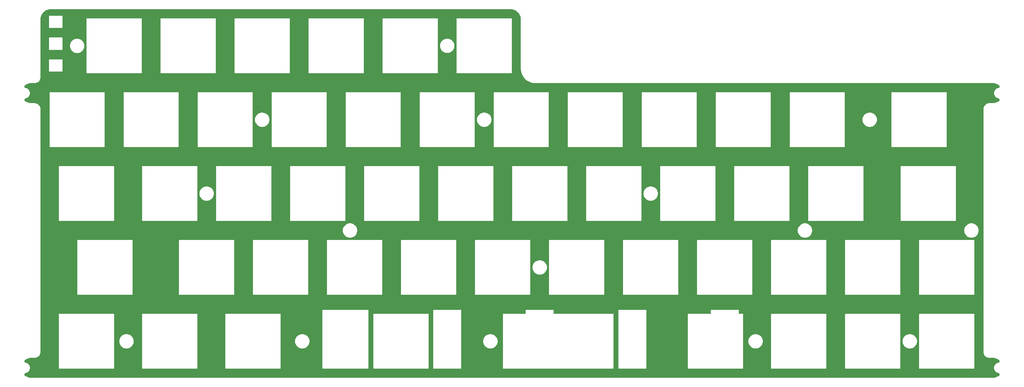
<source format=gbr>
G04 #@! TF.GenerationSoftware,KiCad,Pcbnew,8.0.8*
G04 #@! TF.CreationDate,2025-02-11T15:38:51+01:00*
G04 #@! TF.ProjectId,vootington V4N STM32G0B1CBT6 plate,766f6f74-696e-4677-946f-6e2056344e20,rev?*
G04 #@! TF.SameCoordinates,Original*
G04 #@! TF.FileFunction,Copper,L2,Bot*
G04 #@! TF.FilePolarity,Positive*
%FSLAX46Y46*%
G04 Gerber Fmt 4.6, Leading zero omitted, Abs format (unit mm)*
G04 Created by KiCad (PCBNEW 8.0.8) date 2025-02-11 15:38:51*
%MOMM*%
%LPD*%
G01*
G04 APERTURE LIST*
G04 APERTURE END LIST*
G04 #@! TA.AperFunction,Conductor*
G36*
X148137820Y-12800517D02*
G01*
X148425115Y-12816652D01*
X148426376Y-12816793D01*
X148709748Y-12864940D01*
X148710993Y-12865224D01*
X148987189Y-12944795D01*
X148988395Y-12945217D01*
X149218750Y-13040633D01*
X149253940Y-13055210D01*
X149255102Y-13055770D01*
X149506650Y-13194796D01*
X149507742Y-13195482D01*
X149598227Y-13259684D01*
X149742156Y-13361808D01*
X149743148Y-13362598D01*
X149957464Y-13554123D01*
X149958374Y-13555033D01*
X150149899Y-13769349D01*
X150150698Y-13770351D01*
X150317017Y-14004757D01*
X150317703Y-14005849D01*
X150456729Y-14257397D01*
X150457289Y-14258559D01*
X150567280Y-14524099D01*
X150567706Y-14525316D01*
X150647273Y-14801500D01*
X150647560Y-14802758D01*
X150695704Y-15086113D01*
X150695848Y-15087394D01*
X150711982Y-15374679D01*
X150712000Y-15375324D01*
X150712000Y-28048071D01*
X150712000Y-28075000D01*
X150712000Y-28260478D01*
X150728240Y-28425362D01*
X150748360Y-28629651D01*
X150820729Y-28993475D01*
X150820731Y-28993484D01*
X150928414Y-29348461D01*
X151070370Y-29691176D01*
X151070373Y-29691182D01*
X151245235Y-30018328D01*
X151245240Y-30018336D01*
X151451333Y-30326775D01*
X151686665Y-30613528D01*
X151948972Y-30875835D01*
X152235725Y-31111167D01*
X152544164Y-31317260D01*
X152544167Y-31317262D01*
X152544171Y-31317264D01*
X152871317Y-31492126D01*
X152871323Y-31492129D01*
X152958879Y-31528395D01*
X153214038Y-31634086D01*
X153569022Y-31741770D01*
X153932851Y-31814140D01*
X154302022Y-31850500D01*
X154467509Y-31850500D01*
X272173071Y-31850500D01*
X272199675Y-31850500D01*
X272200308Y-31850517D01*
X272482477Y-31866078D01*
X272483725Y-31866217D01*
X272762153Y-31912660D01*
X272763363Y-31912932D01*
X273034925Y-31989692D01*
X273034992Y-31989711D01*
X273036191Y-31990122D01*
X273297718Y-32096301D01*
X273298859Y-32096839D01*
X273547098Y-32231120D01*
X273547132Y-32231138D01*
X273548211Y-32231801D01*
X273779858Y-32392344D01*
X273781590Y-32393819D01*
X273858449Y-32473625D01*
X273860361Y-32476281D01*
X273911445Y-32574163D01*
X273912531Y-32577251D01*
X273933971Y-32685557D01*
X273934143Y-32688825D01*
X273924203Y-32798782D01*
X273923448Y-32801967D01*
X273882932Y-32904674D01*
X273881310Y-32907517D01*
X273813501Y-32994652D01*
X273811143Y-32996922D01*
X273721540Y-33061421D01*
X273718639Y-33062936D01*
X273613442Y-33099950D01*
X273611860Y-33100383D01*
X273586521Y-33105403D01*
X273586520Y-33105403D01*
X273566517Y-33109365D01*
X273505546Y-33121443D01*
X273300330Y-33197991D01*
X273300319Y-33197996D01*
X273110133Y-33306602D01*
X273110121Y-33306610D01*
X272939915Y-33444446D01*
X272939909Y-33444452D01*
X272794139Y-33607910D01*
X272794132Y-33607919D01*
X272676601Y-33792734D01*
X272590379Y-33994083D01*
X272537730Y-34206692D01*
X272520027Y-34424995D01*
X272520027Y-34425004D01*
X272537730Y-34643307D01*
X272590379Y-34855916D01*
X272590380Y-34855918D01*
X272676599Y-35057262D01*
X272676601Y-35057265D01*
X272794132Y-35242080D01*
X272794139Y-35242089D01*
X272939909Y-35405547D01*
X272939915Y-35405553D01*
X273110121Y-35543389D01*
X273110133Y-35543397D01*
X273300296Y-35651990D01*
X273300328Y-35652008D01*
X273505544Y-35728556D01*
X273575603Y-35742433D01*
X273585017Y-35744298D01*
X273585105Y-35744327D01*
X273586553Y-35744613D01*
X273586554Y-35744614D01*
X273612162Y-35749677D01*
X273613740Y-35750108D01*
X273718705Y-35787004D01*
X273721598Y-35788513D01*
X273811235Y-35853007D01*
X273813589Y-35855275D01*
X273881413Y-35942410D01*
X273883036Y-35945254D01*
X273923555Y-36047971D01*
X273924310Y-36051157D01*
X273934242Y-36161123D01*
X273934070Y-36164392D01*
X273912607Y-36272705D01*
X273911520Y-36275794D01*
X273860404Y-36373670D01*
X273858490Y-36376327D01*
X273781315Y-36456398D01*
X273779586Y-36457869D01*
X273548223Y-36618218D01*
X273547144Y-36618881D01*
X273298873Y-36753180D01*
X273297727Y-36753720D01*
X273036200Y-36859897D01*
X273035002Y-36860308D01*
X272763384Y-36937080D01*
X272762148Y-36937357D01*
X272483737Y-36983791D01*
X272482478Y-36983931D01*
X272200330Y-36999482D01*
X272199697Y-36999499D01*
X272171740Y-36999499D01*
X272171732Y-36999500D01*
X271403631Y-36999500D01*
X271403616Y-36999498D01*
X271401922Y-36999498D01*
X271374993Y-36999500D01*
X271354090Y-36999500D01*
X271354076Y-36999501D01*
X271260528Y-36999506D01*
X271033923Y-37032100D01*
X271033912Y-37032102D01*
X270814349Y-37096582D01*
X270814264Y-37096607D01*
X270606020Y-37191717D01*
X270606018Y-37191718D01*
X270606014Y-37191720D01*
X270413429Y-37315492D01*
X270413424Y-37315496D01*
X270240418Y-37465410D01*
X270240410Y-37465418D01*
X270090496Y-37638424D01*
X270090492Y-37638429D01*
X269966720Y-37831014D01*
X269966716Y-37831023D01*
X269871606Y-38039267D01*
X269807102Y-38258912D01*
X269807100Y-38258923D01*
X269774506Y-38485528D01*
X269774501Y-38579076D01*
X269774500Y-38579090D01*
X269774500Y-38599994D01*
X269774498Y-38628617D01*
X269774500Y-38628630D01*
X269774500Y-101073071D01*
X269774500Y-101100000D01*
X269774500Y-101214470D01*
X269807082Y-101441080D01*
X269807083Y-101441086D01*
X269871582Y-101660745D01*
X269871582Y-101660746D01*
X269966683Y-101868989D01*
X269966694Y-101869009D01*
X270090457Y-102061589D01*
X270090458Y-102061590D01*
X270090461Y-102061594D01*
X270240385Y-102234615D01*
X270413406Y-102384539D01*
X270413408Y-102384540D01*
X270413409Y-102384541D01*
X270413410Y-102384542D01*
X270605990Y-102508305D01*
X270605993Y-102508307D01*
X270606003Y-102508313D01*
X270814254Y-102603418D01*
X271033920Y-102667918D01*
X271260530Y-102700500D01*
X271355009Y-102700500D01*
X272173071Y-102700500D01*
X272199675Y-102700500D01*
X272200308Y-102700517D01*
X272482477Y-102716078D01*
X272483725Y-102716217D01*
X272762153Y-102762660D01*
X272763363Y-102762932D01*
X273034925Y-102839692D01*
X273034992Y-102839711D01*
X273036191Y-102840122D01*
X273297718Y-102946301D01*
X273298859Y-102946839D01*
X273547098Y-103081120D01*
X273547132Y-103081138D01*
X273548211Y-103081801D01*
X273779858Y-103242344D01*
X273781590Y-103243819D01*
X273858449Y-103323625D01*
X273860361Y-103326281D01*
X273911445Y-103424163D01*
X273912531Y-103427251D01*
X273933971Y-103535557D01*
X273934143Y-103538825D01*
X273924203Y-103648782D01*
X273923448Y-103651967D01*
X273882932Y-103754674D01*
X273881310Y-103757517D01*
X273813501Y-103844652D01*
X273811143Y-103846922D01*
X273721540Y-103911421D01*
X273718639Y-103912936D01*
X273613442Y-103949950D01*
X273611860Y-103950383D01*
X273586521Y-103955403D01*
X273586520Y-103955403D01*
X273566517Y-103959365D01*
X273505546Y-103971443D01*
X273300330Y-104047991D01*
X273300319Y-104047996D01*
X273110133Y-104156602D01*
X273110121Y-104156610D01*
X272939915Y-104294446D01*
X272939909Y-104294452D01*
X272794139Y-104457910D01*
X272794132Y-104457919D01*
X272676601Y-104642734D01*
X272590379Y-104844083D01*
X272537730Y-105056692D01*
X272520027Y-105274995D01*
X272520027Y-105275004D01*
X272537730Y-105493307D01*
X272590379Y-105705916D01*
X272590380Y-105705918D01*
X272676599Y-105907262D01*
X272676601Y-105907265D01*
X272794132Y-106092080D01*
X272794139Y-106092089D01*
X272939909Y-106255547D01*
X272939915Y-106255553D01*
X273110121Y-106393389D01*
X273110133Y-106393397D01*
X273300296Y-106501990D01*
X273300328Y-106502008D01*
X273505544Y-106578556D01*
X273575603Y-106592433D01*
X273585017Y-106594298D01*
X273585105Y-106594327D01*
X273586553Y-106594613D01*
X273586554Y-106594614D01*
X273612162Y-106599677D01*
X273613740Y-106600108D01*
X273718705Y-106637004D01*
X273721598Y-106638513D01*
X273811235Y-106703007D01*
X273813589Y-106705275D01*
X273881413Y-106792410D01*
X273883036Y-106795254D01*
X273923555Y-106897971D01*
X273924310Y-106901157D01*
X273934242Y-107011123D01*
X273934070Y-107014392D01*
X273912607Y-107122705D01*
X273911520Y-107125794D01*
X273860404Y-107223670D01*
X273858490Y-107226327D01*
X273781315Y-107306398D01*
X273779586Y-107307869D01*
X273548223Y-107468218D01*
X273547144Y-107468881D01*
X273298873Y-107603180D01*
X273297727Y-107603720D01*
X273036200Y-107709897D01*
X273035002Y-107710308D01*
X272763384Y-107787080D01*
X272762148Y-107787357D01*
X272483737Y-107833791D01*
X272482478Y-107833931D01*
X272200330Y-107849482D01*
X272199697Y-107849499D01*
X272171740Y-107849499D01*
X272171732Y-107849500D01*
X24662825Y-107849500D01*
X24662192Y-107849483D01*
X24380024Y-107833922D01*
X24378765Y-107833782D01*
X24100354Y-107787345D01*
X24099118Y-107787068D01*
X23827497Y-107710296D01*
X23826299Y-107709885D01*
X23564765Y-107603711D01*
X23563620Y-107603171D01*
X23315346Y-107468883D01*
X23314267Y-107468220D01*
X23082775Y-107307800D01*
X23081044Y-107306328D01*
X23003987Y-107226364D01*
X23002074Y-107223707D01*
X22985739Y-107192425D01*
X22950961Y-107125823D01*
X22949877Y-107122742D01*
X22928418Y-107014417D01*
X22928246Y-107011147D01*
X22938181Y-106901176D01*
X22938936Y-106897991D01*
X22938944Y-106897971D01*
X22979463Y-106795262D01*
X22981077Y-106792433D01*
X23048911Y-106705285D01*
X23051260Y-106703023D01*
X23140903Y-106638521D01*
X23143796Y-106637012D01*
X23248798Y-106600099D01*
X23250360Y-106599672D01*
X23275950Y-106594612D01*
X23275951Y-106594610D01*
X23277490Y-106594306D01*
X23277561Y-106594280D01*
X23356958Y-106578549D01*
X23562160Y-106501990D01*
X23752346Y-106393368D01*
X23922547Y-106255523D01*
X24068313Y-106092056D01*
X24185837Y-105907239D01*
X24272048Y-105705901D01*
X24324692Y-105493302D01*
X24325614Y-105481930D01*
X24328610Y-105444989D01*
X31793249Y-105444989D01*
X31793250Y-105444991D01*
X31808550Y-105481929D01*
X31836821Y-105510200D01*
X31873759Y-105525500D01*
X31873760Y-105525500D01*
X45913739Y-105525500D01*
X45913741Y-105525500D01*
X45950679Y-105510200D01*
X45978950Y-105481929D01*
X45994250Y-105444991D01*
X45994250Y-105444989D01*
X53224499Y-105444989D01*
X53224500Y-105444991D01*
X53239800Y-105481929D01*
X53268071Y-105510200D01*
X53305009Y-105525500D01*
X53305010Y-105525500D01*
X67344989Y-105525500D01*
X67344991Y-105525500D01*
X67381929Y-105510200D01*
X67410200Y-105481929D01*
X67425500Y-105444991D01*
X67425500Y-105444989D01*
X74655749Y-105444989D01*
X74655750Y-105444991D01*
X74671050Y-105481929D01*
X74699321Y-105510200D01*
X74736259Y-105525500D01*
X74736260Y-105525500D01*
X88776239Y-105525500D01*
X88776241Y-105525500D01*
X88813179Y-105510200D01*
X88841450Y-105481929D01*
X88856750Y-105444991D01*
X88856750Y-105444989D01*
X99593249Y-105444989D01*
X99593250Y-105444991D01*
X99608550Y-105481929D01*
X99636821Y-105510200D01*
X99673759Y-105525500D01*
X99673760Y-105525500D01*
X111438239Y-105525500D01*
X111438241Y-105525500D01*
X111475179Y-105510200D01*
X111503450Y-105481929D01*
X111518750Y-105444991D01*
X111518750Y-105444989D01*
X112755749Y-105444989D01*
X112755750Y-105444991D01*
X112771050Y-105481929D01*
X112799321Y-105510200D01*
X112836259Y-105525500D01*
X112836260Y-105525500D01*
X126876239Y-105525500D01*
X126876241Y-105525500D01*
X126913179Y-105510200D01*
X126941450Y-105481929D01*
X126956750Y-105444991D01*
X126956750Y-105444989D01*
X128193749Y-105444989D01*
X128193750Y-105444991D01*
X128209050Y-105481929D01*
X128237321Y-105510200D01*
X128274259Y-105525500D01*
X128274260Y-105525500D01*
X135314239Y-105525500D01*
X135314241Y-105525500D01*
X135351179Y-105510200D01*
X135379450Y-105481929D01*
X135394750Y-105444991D01*
X135394750Y-105444989D01*
X146093249Y-105444989D01*
X146093250Y-105444991D01*
X146108550Y-105481929D01*
X146136821Y-105510200D01*
X146173759Y-105525500D01*
X146173760Y-105525500D01*
X174501239Y-105525500D01*
X174501241Y-105525500D01*
X174538179Y-105510200D01*
X174566450Y-105481929D01*
X174581750Y-105444991D01*
X174581750Y-105444989D01*
X175818749Y-105444989D01*
X175818750Y-105444991D01*
X175834050Y-105481929D01*
X175862321Y-105510200D01*
X175899259Y-105525500D01*
X175899260Y-105525500D01*
X182939239Y-105525500D01*
X182939241Y-105525500D01*
X182976179Y-105510200D01*
X183004450Y-105481929D01*
X183019750Y-105444991D01*
X183019750Y-105444989D01*
X193718249Y-105444989D01*
X193718250Y-105444991D01*
X193733550Y-105481929D01*
X193761821Y-105510200D01*
X193798759Y-105525500D01*
X193798760Y-105525500D01*
X207838739Y-105525500D01*
X207838741Y-105525500D01*
X207875679Y-105510200D01*
X207903950Y-105481929D01*
X207919250Y-105444991D01*
X207919250Y-105444989D01*
X215149499Y-105444989D01*
X215149500Y-105444991D01*
X215164800Y-105481929D01*
X215193071Y-105510200D01*
X215230009Y-105525500D01*
X215230010Y-105525500D01*
X229269989Y-105525500D01*
X229269991Y-105525500D01*
X229306929Y-105510200D01*
X229335200Y-105481929D01*
X229350500Y-105444991D01*
X229350500Y-105444989D01*
X234199499Y-105444989D01*
X234199500Y-105444991D01*
X234214800Y-105481929D01*
X234243071Y-105510200D01*
X234280009Y-105525500D01*
X234280010Y-105525500D01*
X248319989Y-105525500D01*
X248319991Y-105525500D01*
X248356929Y-105510200D01*
X248385200Y-105481929D01*
X248400500Y-105444991D01*
X248400500Y-105444989D01*
X253249499Y-105444989D01*
X253249500Y-105444991D01*
X253264800Y-105481929D01*
X253293071Y-105510200D01*
X253330009Y-105525500D01*
X253330010Y-105525500D01*
X267369989Y-105525500D01*
X267369991Y-105525500D01*
X267406929Y-105510200D01*
X267435200Y-105481929D01*
X267450500Y-105444991D01*
X267450500Y-91405009D01*
X267435200Y-91368071D01*
X267406929Y-91339800D01*
X267369991Y-91324500D01*
X253369991Y-91324500D01*
X253330009Y-91324500D01*
X253293071Y-91339800D01*
X253293069Y-91339801D01*
X253264801Y-91368069D01*
X253249500Y-91405010D01*
X253249500Y-105444989D01*
X253249499Y-105444989D01*
X248400500Y-105444989D01*
X248400500Y-98425000D01*
X248969773Y-98425000D01*
X248988657Y-98689025D01*
X248988658Y-98689032D01*
X249044920Y-98947667D01*
X249044922Y-98947674D01*
X249044923Y-98947678D01*
X249137426Y-99195689D01*
X249264284Y-99428011D01*
X249422913Y-99639915D01*
X249610085Y-99827087D01*
X249821989Y-99985716D01*
X250054311Y-100112574D01*
X250302322Y-100205077D01*
X250560974Y-100261343D01*
X250825000Y-100280227D01*
X251089026Y-100261343D01*
X251347678Y-100205077D01*
X251595689Y-100112574D01*
X251828011Y-99985716D01*
X252039915Y-99827087D01*
X252227087Y-99639915D01*
X252385716Y-99428011D01*
X252512574Y-99195689D01*
X252605077Y-98947678D01*
X252661343Y-98689026D01*
X252680227Y-98425000D01*
X252661343Y-98160974D01*
X252605077Y-97902322D01*
X252512574Y-97654311D01*
X252385716Y-97421989D01*
X252227087Y-97210085D01*
X252039915Y-97022913D01*
X251828011Y-96864284D01*
X251595689Y-96737426D01*
X251347678Y-96644923D01*
X251347674Y-96644922D01*
X251347667Y-96644920D01*
X251089032Y-96588658D01*
X251089027Y-96588657D01*
X251089026Y-96588657D01*
X250825000Y-96569773D01*
X250560974Y-96588657D01*
X250560967Y-96588658D01*
X250302332Y-96644920D01*
X250302325Y-96644922D01*
X250054315Y-96737424D01*
X250054297Y-96737433D01*
X249821997Y-96864279D01*
X249821985Y-96864287D01*
X249610087Y-97022911D01*
X249422911Y-97210087D01*
X249264287Y-97421985D01*
X249264279Y-97421997D01*
X249137433Y-97654297D01*
X249137424Y-97654315D01*
X249044922Y-97902325D01*
X249044920Y-97902332D01*
X248988658Y-98160967D01*
X248988657Y-98160974D01*
X248969773Y-98425000D01*
X248400500Y-98425000D01*
X248400500Y-91405009D01*
X248385200Y-91368071D01*
X248356929Y-91339800D01*
X248319991Y-91324500D01*
X234319991Y-91324500D01*
X234280009Y-91324500D01*
X234243071Y-91339800D01*
X234243069Y-91339801D01*
X234214801Y-91368069D01*
X234199500Y-91405010D01*
X234199500Y-105444989D01*
X234199499Y-105444989D01*
X229350500Y-105444989D01*
X229350500Y-91405009D01*
X229335200Y-91368071D01*
X229306929Y-91339800D01*
X229269991Y-91324500D01*
X215269991Y-91324500D01*
X215230009Y-91324500D01*
X215193071Y-91339800D01*
X215193069Y-91339801D01*
X215164801Y-91368069D01*
X215149500Y-91405010D01*
X215149500Y-105444989D01*
X215149499Y-105444989D01*
X207919250Y-105444989D01*
X207919250Y-98425000D01*
X209282273Y-98425000D01*
X209301157Y-98689025D01*
X209301158Y-98689032D01*
X209357420Y-98947667D01*
X209357422Y-98947674D01*
X209357423Y-98947678D01*
X209449926Y-99195689D01*
X209576784Y-99428011D01*
X209735413Y-99639915D01*
X209922585Y-99827087D01*
X210134489Y-99985716D01*
X210366811Y-100112574D01*
X210614822Y-100205077D01*
X210873474Y-100261343D01*
X211137500Y-100280227D01*
X211401526Y-100261343D01*
X211660178Y-100205077D01*
X211908189Y-100112574D01*
X212140511Y-99985716D01*
X212352415Y-99827087D01*
X212539587Y-99639915D01*
X212698216Y-99428011D01*
X212825074Y-99195689D01*
X212917577Y-98947678D01*
X212973843Y-98689026D01*
X212992727Y-98425000D01*
X212973843Y-98160974D01*
X212917577Y-97902322D01*
X212825074Y-97654311D01*
X212698216Y-97421989D01*
X212539587Y-97210085D01*
X212352415Y-97022913D01*
X212140511Y-96864284D01*
X211908189Y-96737426D01*
X211660178Y-96644923D01*
X211660174Y-96644922D01*
X211660167Y-96644920D01*
X211401532Y-96588658D01*
X211401527Y-96588657D01*
X211401526Y-96588657D01*
X211137500Y-96569773D01*
X210873474Y-96588657D01*
X210873467Y-96588658D01*
X210614832Y-96644920D01*
X210614825Y-96644922D01*
X210366815Y-96737424D01*
X210366797Y-96737433D01*
X210134497Y-96864279D01*
X210134485Y-96864287D01*
X209922587Y-97022911D01*
X209735411Y-97210087D01*
X209576787Y-97421985D01*
X209576779Y-97421997D01*
X209449933Y-97654297D01*
X209449924Y-97654315D01*
X209357422Y-97902325D01*
X209357420Y-97902332D01*
X209301158Y-98160967D01*
X209301157Y-98160974D01*
X209282273Y-98425000D01*
X207919250Y-98425000D01*
X207919250Y-91405009D01*
X207903950Y-91368071D01*
X207875679Y-91339800D01*
X207838741Y-91324500D01*
X207838739Y-91324500D01*
X206805750Y-91324500D01*
X206797618Y-91321132D01*
X206794250Y-91313000D01*
X206794250Y-90405010D01*
X206794250Y-90405009D01*
X206778950Y-90368071D01*
X206750679Y-90339800D01*
X206713741Y-90324500D01*
X199713741Y-90324500D01*
X199673759Y-90324500D01*
X199636821Y-90339800D01*
X199636819Y-90339801D01*
X199608551Y-90368069D01*
X199593250Y-90405010D01*
X199593250Y-91313000D01*
X199589882Y-91321132D01*
X199581750Y-91324500D01*
X193838741Y-91324500D01*
X193798759Y-91324500D01*
X193761821Y-91339800D01*
X193761819Y-91339801D01*
X193733551Y-91368069D01*
X193718250Y-91405010D01*
X193718250Y-105444989D01*
X193718249Y-105444989D01*
X183019750Y-105444989D01*
X183019750Y-90405009D01*
X183004450Y-90368071D01*
X182976179Y-90339800D01*
X182939241Y-90324500D01*
X175939241Y-90324500D01*
X175899259Y-90324500D01*
X175862321Y-90339800D01*
X175862319Y-90339801D01*
X175834051Y-90368069D01*
X175818750Y-90405010D01*
X175818750Y-105444989D01*
X175818749Y-105444989D01*
X174581750Y-105444989D01*
X174581750Y-91405009D01*
X174566450Y-91368071D01*
X174538179Y-91339800D01*
X174501241Y-91324500D01*
X174501239Y-91324500D01*
X159155250Y-91324500D01*
X159147118Y-91321132D01*
X159143750Y-91313000D01*
X159143750Y-90405010D01*
X159143750Y-90405009D01*
X159128450Y-90368071D01*
X159100179Y-90339800D01*
X159063241Y-90324500D01*
X152063241Y-90324500D01*
X152023259Y-90324500D01*
X151986321Y-90339800D01*
X151986319Y-90339801D01*
X151958051Y-90368069D01*
X151942750Y-90405010D01*
X151942750Y-91313000D01*
X151939382Y-91321132D01*
X151931250Y-91324500D01*
X146213741Y-91324500D01*
X146173759Y-91324500D01*
X146136821Y-91339800D01*
X146136819Y-91339801D01*
X146108551Y-91368069D01*
X146093250Y-91405010D01*
X146093250Y-105444989D01*
X146093249Y-105444989D01*
X135394750Y-105444989D01*
X135394750Y-98425000D01*
X141019773Y-98425000D01*
X141038657Y-98689025D01*
X141038658Y-98689032D01*
X141094920Y-98947667D01*
X141094922Y-98947674D01*
X141094923Y-98947678D01*
X141187426Y-99195689D01*
X141314284Y-99428011D01*
X141472913Y-99639915D01*
X141660085Y-99827087D01*
X141871989Y-99985716D01*
X142104311Y-100112574D01*
X142352322Y-100205077D01*
X142610974Y-100261343D01*
X142875000Y-100280227D01*
X143139026Y-100261343D01*
X143397678Y-100205077D01*
X143645689Y-100112574D01*
X143878011Y-99985716D01*
X144089915Y-99827087D01*
X144277087Y-99639915D01*
X144435716Y-99428011D01*
X144562574Y-99195689D01*
X144655077Y-98947678D01*
X144711343Y-98689026D01*
X144730227Y-98425000D01*
X144711343Y-98160974D01*
X144655077Y-97902322D01*
X144562574Y-97654311D01*
X144435716Y-97421989D01*
X144277087Y-97210085D01*
X144089915Y-97022913D01*
X143878011Y-96864284D01*
X143645689Y-96737426D01*
X143397678Y-96644923D01*
X143397674Y-96644922D01*
X143397667Y-96644920D01*
X143139032Y-96588658D01*
X143139027Y-96588657D01*
X143139026Y-96588657D01*
X142875000Y-96569773D01*
X142610974Y-96588657D01*
X142610967Y-96588658D01*
X142352332Y-96644920D01*
X142352325Y-96644922D01*
X142104315Y-96737424D01*
X142104297Y-96737433D01*
X141871997Y-96864279D01*
X141871985Y-96864287D01*
X141660087Y-97022911D01*
X141472911Y-97210087D01*
X141314287Y-97421985D01*
X141314279Y-97421997D01*
X141187433Y-97654297D01*
X141187424Y-97654315D01*
X141094922Y-97902325D01*
X141094920Y-97902332D01*
X141038658Y-98160967D01*
X141038657Y-98160974D01*
X141019773Y-98425000D01*
X135394750Y-98425000D01*
X135394750Y-90405009D01*
X135379450Y-90368071D01*
X135351179Y-90339800D01*
X135314241Y-90324500D01*
X128314241Y-90324500D01*
X128274259Y-90324500D01*
X128237321Y-90339800D01*
X128237319Y-90339801D01*
X128209051Y-90368069D01*
X128193750Y-90405010D01*
X128193750Y-105444989D01*
X128193749Y-105444989D01*
X126956750Y-105444989D01*
X126956750Y-91405009D01*
X126941450Y-91368071D01*
X126913179Y-91339800D01*
X126876241Y-91324500D01*
X112876241Y-91324500D01*
X112836259Y-91324500D01*
X112799321Y-91339800D01*
X112799319Y-91339801D01*
X112771051Y-91368069D01*
X112755750Y-91405010D01*
X112755750Y-105444989D01*
X112755749Y-105444989D01*
X111518750Y-105444989D01*
X111518750Y-90405009D01*
X111503450Y-90368071D01*
X111475179Y-90339800D01*
X111438241Y-90324500D01*
X99713741Y-90324500D01*
X99673759Y-90324500D01*
X99636821Y-90339800D01*
X99636819Y-90339801D01*
X99608551Y-90368069D01*
X99593250Y-90405010D01*
X99593250Y-105444989D01*
X99593249Y-105444989D01*
X88856750Y-105444989D01*
X88856750Y-98425000D01*
X92601023Y-98425000D01*
X92619907Y-98689025D01*
X92619908Y-98689032D01*
X92676170Y-98947667D01*
X92676172Y-98947674D01*
X92676173Y-98947678D01*
X92768676Y-99195689D01*
X92895534Y-99428011D01*
X93054163Y-99639915D01*
X93241335Y-99827087D01*
X93453239Y-99985716D01*
X93685561Y-100112574D01*
X93933572Y-100205077D01*
X94192224Y-100261343D01*
X94456250Y-100280227D01*
X94720276Y-100261343D01*
X94978928Y-100205077D01*
X95226939Y-100112574D01*
X95459261Y-99985716D01*
X95671165Y-99827087D01*
X95858337Y-99639915D01*
X96016966Y-99428011D01*
X96143824Y-99195689D01*
X96236327Y-98947678D01*
X96292593Y-98689026D01*
X96311477Y-98425000D01*
X96292593Y-98160974D01*
X96236327Y-97902322D01*
X96143824Y-97654311D01*
X96016966Y-97421989D01*
X95858337Y-97210085D01*
X95671165Y-97022913D01*
X95459261Y-96864284D01*
X95226939Y-96737426D01*
X94978928Y-96644923D01*
X94978924Y-96644922D01*
X94978917Y-96644920D01*
X94720282Y-96588658D01*
X94720277Y-96588657D01*
X94720276Y-96588657D01*
X94456250Y-96569773D01*
X94192224Y-96588657D01*
X94192217Y-96588658D01*
X93933582Y-96644920D01*
X93933575Y-96644922D01*
X93685565Y-96737424D01*
X93685547Y-96737433D01*
X93453247Y-96864279D01*
X93453235Y-96864287D01*
X93241337Y-97022911D01*
X93054161Y-97210087D01*
X92895537Y-97421985D01*
X92895529Y-97421997D01*
X92768683Y-97654297D01*
X92768674Y-97654315D01*
X92676172Y-97902325D01*
X92676170Y-97902332D01*
X92619908Y-98160967D01*
X92619907Y-98160974D01*
X92601023Y-98425000D01*
X88856750Y-98425000D01*
X88856750Y-91405009D01*
X88841450Y-91368071D01*
X88813179Y-91339800D01*
X88776241Y-91324500D01*
X74776241Y-91324500D01*
X74736259Y-91324500D01*
X74699321Y-91339800D01*
X74699319Y-91339801D01*
X74671051Y-91368069D01*
X74655750Y-91405010D01*
X74655750Y-105444989D01*
X74655749Y-105444989D01*
X67425500Y-105444989D01*
X67425500Y-91405009D01*
X67410200Y-91368071D01*
X67381929Y-91339800D01*
X67344991Y-91324500D01*
X53344991Y-91324500D01*
X53305009Y-91324500D01*
X53268071Y-91339800D01*
X53268069Y-91339801D01*
X53239801Y-91368069D01*
X53224500Y-91405010D01*
X53224500Y-105444989D01*
X53224499Y-105444989D01*
X45994250Y-105444989D01*
X45994250Y-98425000D01*
X47357273Y-98425000D01*
X47376157Y-98689025D01*
X47376158Y-98689032D01*
X47432420Y-98947667D01*
X47432422Y-98947674D01*
X47432423Y-98947678D01*
X47524926Y-99195689D01*
X47651784Y-99428011D01*
X47810413Y-99639915D01*
X47997585Y-99827087D01*
X48209489Y-99985716D01*
X48441811Y-100112574D01*
X48689822Y-100205077D01*
X48948474Y-100261343D01*
X49212500Y-100280227D01*
X49476526Y-100261343D01*
X49735178Y-100205077D01*
X49983189Y-100112574D01*
X50215511Y-99985716D01*
X50427415Y-99827087D01*
X50614587Y-99639915D01*
X50773216Y-99428011D01*
X50900074Y-99195689D01*
X50992577Y-98947678D01*
X51048843Y-98689026D01*
X51067727Y-98425000D01*
X51048843Y-98160974D01*
X50992577Y-97902322D01*
X50900074Y-97654311D01*
X50773216Y-97421989D01*
X50614587Y-97210085D01*
X50427415Y-97022913D01*
X50215511Y-96864284D01*
X49983189Y-96737426D01*
X49735178Y-96644923D01*
X49735174Y-96644922D01*
X49735167Y-96644920D01*
X49476532Y-96588658D01*
X49476527Y-96588657D01*
X49476526Y-96588657D01*
X49212500Y-96569773D01*
X48948474Y-96588657D01*
X48948467Y-96588658D01*
X48689832Y-96644920D01*
X48689825Y-96644922D01*
X48441815Y-96737424D01*
X48441797Y-96737433D01*
X48209497Y-96864279D01*
X48209485Y-96864287D01*
X47997587Y-97022911D01*
X47810411Y-97210087D01*
X47651787Y-97421985D01*
X47651779Y-97421997D01*
X47524933Y-97654297D01*
X47524924Y-97654315D01*
X47432422Y-97902325D01*
X47432420Y-97902332D01*
X47376158Y-98160967D01*
X47376157Y-98160974D01*
X47357273Y-98425000D01*
X45994250Y-98425000D01*
X45994250Y-91405009D01*
X45978950Y-91368071D01*
X45950679Y-91339800D01*
X45913741Y-91324500D01*
X31913741Y-91324500D01*
X31873759Y-91324500D01*
X31836821Y-91339800D01*
X31836819Y-91339801D01*
X31808551Y-91368069D01*
X31793250Y-91405010D01*
X31793250Y-105444989D01*
X31793249Y-105444989D01*
X24328610Y-105444989D01*
X24342394Y-105275005D01*
X24342394Y-105274994D01*
X24324693Y-105056706D01*
X24324692Y-105056703D01*
X24324692Y-105056698D01*
X24272048Y-104844099D01*
X24185837Y-104642761D01*
X24068313Y-104457944D01*
X23922547Y-104294477D01*
X23922545Y-104294476D01*
X23922544Y-104294474D01*
X23752345Y-104156631D01*
X23752342Y-104156629D01*
X23562164Y-104048012D01*
X23562161Y-104048010D01*
X23356961Y-103971452D01*
X23356960Y-103971451D01*
X23356958Y-103971451D01*
X23322918Y-103964705D01*
X23277524Y-103955710D01*
X23277461Y-103955689D01*
X23250354Y-103950326D01*
X23248771Y-103949894D01*
X23143806Y-103912981D01*
X23140904Y-103911466D01*
X23086912Y-103872612D01*
X23051269Y-103846963D01*
X23048917Y-103844699D01*
X22981081Y-103757546D01*
X22979463Y-103754710D01*
X22938932Y-103651974D01*
X22938179Y-103648798D01*
X22928237Y-103538808D01*
X22928408Y-103535553D01*
X22949859Y-103427214D01*
X22950942Y-103424135D01*
X23002051Y-103326226D01*
X23003958Y-103323579D01*
X23080641Y-103243976D01*
X23082358Y-103242514D01*
X23314286Y-103081776D01*
X23315346Y-103081125D01*
X23563638Y-102946816D01*
X23564765Y-102946285D01*
X23826307Y-102840101D01*
X23827495Y-102839693D01*
X24099134Y-102762911D01*
X24100338Y-102762641D01*
X24378773Y-102716196D01*
X24380017Y-102716057D01*
X24661811Y-102700517D01*
X24662444Y-102700500D01*
X25601966Y-102700500D01*
X25601970Y-102700500D01*
X25828580Y-102667918D01*
X26048246Y-102603418D01*
X26256497Y-102508313D01*
X26449094Y-102384539D01*
X26622115Y-102234615D01*
X26772039Y-102061594D01*
X26895813Y-101868997D01*
X26990918Y-101660746D01*
X27055418Y-101441080D01*
X27088000Y-101214470D01*
X27088000Y-101100000D01*
X27088000Y-101073071D01*
X27088000Y-86394989D01*
X36555749Y-86394989D01*
X36555750Y-86394991D01*
X36571050Y-86431929D01*
X36599321Y-86460200D01*
X36636259Y-86475500D01*
X36636260Y-86475500D01*
X50676239Y-86475500D01*
X50676241Y-86475500D01*
X50713179Y-86460200D01*
X50741450Y-86431929D01*
X50756750Y-86394991D01*
X50756750Y-86394989D01*
X62749499Y-86394989D01*
X62749500Y-86394991D01*
X62764800Y-86431929D01*
X62793071Y-86460200D01*
X62830009Y-86475500D01*
X62830010Y-86475500D01*
X76869989Y-86475500D01*
X76869991Y-86475500D01*
X76906929Y-86460200D01*
X76935200Y-86431929D01*
X76950500Y-86394991D01*
X76950500Y-86394989D01*
X81799499Y-86394989D01*
X81799500Y-86394991D01*
X81814800Y-86431929D01*
X81843071Y-86460200D01*
X81880009Y-86475500D01*
X81880010Y-86475500D01*
X95919989Y-86475500D01*
X95919991Y-86475500D01*
X95956929Y-86460200D01*
X95985200Y-86431929D01*
X96000500Y-86394991D01*
X96000500Y-86394989D01*
X100849499Y-86394989D01*
X100849500Y-86394991D01*
X100864800Y-86431929D01*
X100893071Y-86460200D01*
X100930009Y-86475500D01*
X100930010Y-86475500D01*
X114969989Y-86475500D01*
X114969991Y-86475500D01*
X115006929Y-86460200D01*
X115035200Y-86431929D01*
X115050500Y-86394991D01*
X115050500Y-86394989D01*
X119899499Y-86394989D01*
X119899500Y-86394991D01*
X119914800Y-86431929D01*
X119943071Y-86460200D01*
X119980009Y-86475500D01*
X119980010Y-86475500D01*
X134019989Y-86475500D01*
X134019991Y-86475500D01*
X134056929Y-86460200D01*
X134085200Y-86431929D01*
X134100500Y-86394991D01*
X134100500Y-86394989D01*
X138949499Y-86394989D01*
X138949500Y-86394991D01*
X138964800Y-86431929D01*
X138993071Y-86460200D01*
X139030009Y-86475500D01*
X139030010Y-86475500D01*
X153069989Y-86475500D01*
X153069991Y-86475500D01*
X153106929Y-86460200D01*
X153135200Y-86431929D01*
X153150500Y-86394991D01*
X153150500Y-86394989D01*
X157999499Y-86394989D01*
X157999500Y-86394991D01*
X158014800Y-86431929D01*
X158043071Y-86460200D01*
X158080009Y-86475500D01*
X158080010Y-86475500D01*
X172119989Y-86475500D01*
X172119991Y-86475500D01*
X172156929Y-86460200D01*
X172185200Y-86431929D01*
X172200500Y-86394991D01*
X172200500Y-86394989D01*
X177049499Y-86394989D01*
X177049500Y-86394991D01*
X177064800Y-86431929D01*
X177093071Y-86460200D01*
X177130009Y-86475500D01*
X177130010Y-86475500D01*
X191169989Y-86475500D01*
X191169991Y-86475500D01*
X191206929Y-86460200D01*
X191235200Y-86431929D01*
X191250500Y-86394991D01*
X191250500Y-86394989D01*
X196099499Y-86394989D01*
X196099500Y-86394991D01*
X196114800Y-86431929D01*
X196143071Y-86460200D01*
X196180009Y-86475500D01*
X196180010Y-86475500D01*
X210219989Y-86475500D01*
X210219991Y-86475500D01*
X210256929Y-86460200D01*
X210285200Y-86431929D01*
X210300500Y-86394991D01*
X210300500Y-86394989D01*
X215149499Y-86394989D01*
X215149500Y-86394991D01*
X215164800Y-86431929D01*
X215193071Y-86460200D01*
X215230009Y-86475500D01*
X215230010Y-86475500D01*
X229269989Y-86475500D01*
X229269991Y-86475500D01*
X229306929Y-86460200D01*
X229335200Y-86431929D01*
X229350500Y-86394991D01*
X229350500Y-86394989D01*
X234199499Y-86394989D01*
X234199500Y-86394991D01*
X234214800Y-86431929D01*
X234243071Y-86460200D01*
X234280009Y-86475500D01*
X234280010Y-86475500D01*
X248319989Y-86475500D01*
X248319991Y-86475500D01*
X248356929Y-86460200D01*
X248385200Y-86431929D01*
X248400500Y-86394991D01*
X248400500Y-86394989D01*
X253249499Y-86394989D01*
X253249500Y-86394991D01*
X253264800Y-86431929D01*
X253293071Y-86460200D01*
X253330009Y-86475500D01*
X253330010Y-86475500D01*
X267369989Y-86475500D01*
X267369991Y-86475500D01*
X267406929Y-86460200D01*
X267435200Y-86431929D01*
X267450500Y-86394991D01*
X267450500Y-72355009D01*
X267435200Y-72318071D01*
X267406929Y-72289800D01*
X267369991Y-72274500D01*
X253369991Y-72274500D01*
X253330009Y-72274500D01*
X253293071Y-72289800D01*
X253293069Y-72289801D01*
X253264801Y-72318069D01*
X253249500Y-72355010D01*
X253249500Y-86394989D01*
X253249499Y-86394989D01*
X248400500Y-86394989D01*
X248400500Y-72355009D01*
X248385200Y-72318071D01*
X248356929Y-72289800D01*
X248319991Y-72274500D01*
X234319991Y-72274500D01*
X234280009Y-72274500D01*
X234243071Y-72289800D01*
X234243069Y-72289801D01*
X234214801Y-72318069D01*
X234199500Y-72355010D01*
X234199500Y-86394989D01*
X234199499Y-86394989D01*
X229350500Y-86394989D01*
X229350500Y-72355009D01*
X229335200Y-72318071D01*
X229306929Y-72289800D01*
X229269991Y-72274500D01*
X215269991Y-72274500D01*
X215230009Y-72274500D01*
X215193071Y-72289800D01*
X215193069Y-72289801D01*
X215164801Y-72318069D01*
X215149500Y-72355010D01*
X215149500Y-86394989D01*
X215149499Y-86394989D01*
X210300500Y-86394989D01*
X210300500Y-72355009D01*
X210285200Y-72318071D01*
X210256929Y-72289800D01*
X210219991Y-72274500D01*
X196219991Y-72274500D01*
X196180009Y-72274500D01*
X196143071Y-72289800D01*
X196143069Y-72289801D01*
X196114801Y-72318069D01*
X196099500Y-72355010D01*
X196099500Y-86394989D01*
X196099499Y-86394989D01*
X191250500Y-86394989D01*
X191250500Y-72355009D01*
X191235200Y-72318071D01*
X191206929Y-72289800D01*
X191169991Y-72274500D01*
X177169991Y-72274500D01*
X177130009Y-72274500D01*
X177093071Y-72289800D01*
X177093069Y-72289801D01*
X177064801Y-72318069D01*
X177049500Y-72355010D01*
X177049500Y-86394989D01*
X177049499Y-86394989D01*
X172200500Y-86394989D01*
X172200500Y-72355009D01*
X172185200Y-72318071D01*
X172156929Y-72289800D01*
X172119991Y-72274500D01*
X158119991Y-72274500D01*
X158080009Y-72274500D01*
X158043071Y-72289800D01*
X158043069Y-72289801D01*
X158014801Y-72318069D01*
X157999500Y-72355010D01*
X157999500Y-86394989D01*
X157999499Y-86394989D01*
X153150500Y-86394989D01*
X153150500Y-79375000D01*
X153719773Y-79375000D01*
X153738657Y-79639025D01*
X153738658Y-79639032D01*
X153794920Y-79897667D01*
X153794922Y-79897674D01*
X153794923Y-79897678D01*
X153887426Y-80145689D01*
X154014284Y-80378011D01*
X154172913Y-80589915D01*
X154360085Y-80777087D01*
X154571989Y-80935716D01*
X154804311Y-81062574D01*
X155052322Y-81155077D01*
X155310974Y-81211343D01*
X155575000Y-81230227D01*
X155839026Y-81211343D01*
X156097678Y-81155077D01*
X156345689Y-81062574D01*
X156578011Y-80935716D01*
X156789915Y-80777087D01*
X156977087Y-80589915D01*
X157135716Y-80378011D01*
X157262574Y-80145689D01*
X157355077Y-79897678D01*
X157411343Y-79639026D01*
X157430227Y-79375000D01*
X157411343Y-79110974D01*
X157355077Y-78852322D01*
X157262574Y-78604311D01*
X157135716Y-78371989D01*
X156977087Y-78160085D01*
X156789915Y-77972913D01*
X156578011Y-77814284D01*
X156345689Y-77687426D01*
X156097678Y-77594923D01*
X156097674Y-77594922D01*
X156097667Y-77594920D01*
X155839032Y-77538658D01*
X155839027Y-77538657D01*
X155839026Y-77538657D01*
X155575000Y-77519773D01*
X155310974Y-77538657D01*
X155310967Y-77538658D01*
X155052332Y-77594920D01*
X155052325Y-77594922D01*
X154804315Y-77687424D01*
X154804297Y-77687433D01*
X154571997Y-77814279D01*
X154571985Y-77814287D01*
X154360087Y-77972911D01*
X154172911Y-78160087D01*
X154014287Y-78371985D01*
X154014279Y-78371997D01*
X153887433Y-78604297D01*
X153887424Y-78604315D01*
X153794922Y-78852325D01*
X153794920Y-78852332D01*
X153738658Y-79110967D01*
X153738657Y-79110974D01*
X153719773Y-79375000D01*
X153150500Y-79375000D01*
X153150500Y-72355009D01*
X153135200Y-72318071D01*
X153106929Y-72289800D01*
X153069991Y-72274500D01*
X139069991Y-72274500D01*
X139030009Y-72274500D01*
X138993071Y-72289800D01*
X138993069Y-72289801D01*
X138964801Y-72318069D01*
X138949500Y-72355010D01*
X138949500Y-86394989D01*
X138949499Y-86394989D01*
X134100500Y-86394989D01*
X134100500Y-72355009D01*
X134085200Y-72318071D01*
X134056929Y-72289800D01*
X134019991Y-72274500D01*
X120019991Y-72274500D01*
X119980009Y-72274500D01*
X119943071Y-72289800D01*
X119943069Y-72289801D01*
X119914801Y-72318069D01*
X119899500Y-72355010D01*
X119899500Y-86394989D01*
X119899499Y-86394989D01*
X115050500Y-86394989D01*
X115050500Y-72355009D01*
X115035200Y-72318071D01*
X115006929Y-72289800D01*
X114969991Y-72274500D01*
X100969991Y-72274500D01*
X100930009Y-72274500D01*
X100893071Y-72289800D01*
X100893069Y-72289801D01*
X100864801Y-72318069D01*
X100849500Y-72355010D01*
X100849500Y-86394989D01*
X100849499Y-86394989D01*
X96000500Y-86394989D01*
X96000500Y-72355009D01*
X95985200Y-72318071D01*
X95956929Y-72289800D01*
X95919991Y-72274500D01*
X81919991Y-72274500D01*
X81880009Y-72274500D01*
X81843071Y-72289800D01*
X81843069Y-72289801D01*
X81814801Y-72318069D01*
X81799500Y-72355010D01*
X81799500Y-86394989D01*
X81799499Y-86394989D01*
X76950500Y-86394989D01*
X76950500Y-72355009D01*
X76935200Y-72318071D01*
X76906929Y-72289800D01*
X76869991Y-72274500D01*
X62869991Y-72274500D01*
X62830009Y-72274500D01*
X62793071Y-72289800D01*
X62793069Y-72289801D01*
X62764801Y-72318069D01*
X62749500Y-72355010D01*
X62749500Y-86394989D01*
X62749499Y-86394989D01*
X50756750Y-86394989D01*
X50756750Y-72355009D01*
X50741450Y-72318071D01*
X50713179Y-72289800D01*
X50676241Y-72274500D01*
X36676241Y-72274500D01*
X36636259Y-72274500D01*
X36599321Y-72289800D01*
X36599319Y-72289801D01*
X36571051Y-72318069D01*
X36555750Y-72355010D01*
X36555750Y-86394989D01*
X36555749Y-86394989D01*
X27088000Y-86394989D01*
X27088000Y-69850000D01*
X104889727Y-69850000D01*
X104908611Y-70114025D01*
X104908612Y-70114032D01*
X104964874Y-70372667D01*
X104964876Y-70372674D01*
X104964877Y-70372678D01*
X105057380Y-70620689D01*
X105184238Y-70853011D01*
X105342867Y-71064915D01*
X105530039Y-71252087D01*
X105741943Y-71410716D01*
X105974265Y-71537574D01*
X106222276Y-71630077D01*
X106480928Y-71686343D01*
X106744954Y-71705227D01*
X107008980Y-71686343D01*
X107267632Y-71630077D01*
X107515643Y-71537574D01*
X107747965Y-71410716D01*
X107959869Y-71252087D01*
X108147041Y-71064915D01*
X108305670Y-70853011D01*
X108432528Y-70620689D01*
X108525031Y-70372678D01*
X108581297Y-70114026D01*
X108600181Y-69850000D01*
X221982273Y-69850000D01*
X222001157Y-70114025D01*
X222001158Y-70114032D01*
X222057420Y-70372667D01*
X222057422Y-70372674D01*
X222057423Y-70372678D01*
X222149926Y-70620689D01*
X222276784Y-70853011D01*
X222435413Y-71064915D01*
X222622585Y-71252087D01*
X222834489Y-71410716D01*
X223066811Y-71537574D01*
X223314822Y-71630077D01*
X223573474Y-71686343D01*
X223837500Y-71705227D01*
X224101526Y-71686343D01*
X224360178Y-71630077D01*
X224608189Y-71537574D01*
X224840511Y-71410716D01*
X225052415Y-71252087D01*
X225239587Y-71064915D01*
X225398216Y-70853011D01*
X225525074Y-70620689D01*
X225617577Y-70372678D01*
X225673843Y-70114026D01*
X225692727Y-69850000D01*
X264844773Y-69850000D01*
X264863657Y-70114025D01*
X264863658Y-70114032D01*
X264919920Y-70372667D01*
X264919922Y-70372674D01*
X264919923Y-70372678D01*
X265012426Y-70620689D01*
X265139284Y-70853011D01*
X265297913Y-71064915D01*
X265485085Y-71252087D01*
X265696989Y-71410716D01*
X265929311Y-71537574D01*
X266177322Y-71630077D01*
X266435974Y-71686343D01*
X266700000Y-71705227D01*
X266964026Y-71686343D01*
X267222678Y-71630077D01*
X267470689Y-71537574D01*
X267703011Y-71410716D01*
X267914915Y-71252087D01*
X268102087Y-71064915D01*
X268260716Y-70853011D01*
X268387574Y-70620689D01*
X268480077Y-70372678D01*
X268536343Y-70114026D01*
X268555227Y-69850000D01*
X268536343Y-69585974D01*
X268480077Y-69327322D01*
X268387574Y-69079311D01*
X268260716Y-68846989D01*
X268102087Y-68635085D01*
X267914915Y-68447913D01*
X267703011Y-68289284D01*
X267470689Y-68162426D01*
X267222678Y-68069923D01*
X267222674Y-68069922D01*
X267222667Y-68069920D01*
X266964032Y-68013658D01*
X266964027Y-68013657D01*
X266964026Y-68013657D01*
X266700000Y-67994773D01*
X266435974Y-68013657D01*
X266435967Y-68013658D01*
X266177332Y-68069920D01*
X266177325Y-68069922D01*
X265929315Y-68162424D01*
X265929297Y-68162433D01*
X265696997Y-68289279D01*
X265696985Y-68289287D01*
X265485087Y-68447911D01*
X265297911Y-68635087D01*
X265139287Y-68846985D01*
X265139279Y-68846997D01*
X265012433Y-69079297D01*
X265012424Y-69079315D01*
X264919922Y-69327325D01*
X264919920Y-69327332D01*
X264863658Y-69585967D01*
X264863657Y-69585974D01*
X264844773Y-69850000D01*
X225692727Y-69850000D01*
X225673843Y-69585974D01*
X225617577Y-69327322D01*
X225525074Y-69079311D01*
X225398216Y-68846989D01*
X225239587Y-68635085D01*
X225052415Y-68447913D01*
X224840511Y-68289284D01*
X224608189Y-68162426D01*
X224360178Y-68069923D01*
X224360174Y-68069922D01*
X224360167Y-68069920D01*
X224101532Y-68013658D01*
X224101527Y-68013657D01*
X224101526Y-68013657D01*
X223837500Y-67994773D01*
X223573474Y-68013657D01*
X223573467Y-68013658D01*
X223314832Y-68069920D01*
X223314825Y-68069922D01*
X223066815Y-68162424D01*
X223066797Y-68162433D01*
X222834497Y-68289279D01*
X222834485Y-68289287D01*
X222622587Y-68447911D01*
X222435411Y-68635087D01*
X222276787Y-68846985D01*
X222276779Y-68846997D01*
X222149933Y-69079297D01*
X222149924Y-69079315D01*
X222057422Y-69327325D01*
X222057420Y-69327332D01*
X222001158Y-69585967D01*
X222001157Y-69585974D01*
X221982273Y-69850000D01*
X108600181Y-69850000D01*
X108581297Y-69585974D01*
X108525031Y-69327322D01*
X108432528Y-69079311D01*
X108305670Y-68846989D01*
X108147041Y-68635085D01*
X107959869Y-68447913D01*
X107747965Y-68289284D01*
X107515643Y-68162426D01*
X107267632Y-68069923D01*
X107267628Y-68069922D01*
X107267621Y-68069920D01*
X107008986Y-68013658D01*
X107008981Y-68013657D01*
X107008980Y-68013657D01*
X106744954Y-67994773D01*
X106480928Y-68013657D01*
X106480921Y-68013658D01*
X106222286Y-68069920D01*
X106222279Y-68069922D01*
X105974269Y-68162424D01*
X105974251Y-68162433D01*
X105741951Y-68289279D01*
X105741939Y-68289287D01*
X105530041Y-68447911D01*
X105342865Y-68635087D01*
X105184241Y-68846985D01*
X105184233Y-68846997D01*
X105057387Y-69079297D01*
X105057378Y-69079315D01*
X104964876Y-69327325D01*
X104964874Y-69327332D01*
X104908612Y-69585967D01*
X104908611Y-69585974D01*
X104889727Y-69850000D01*
X27088000Y-69850000D01*
X27088000Y-67344989D01*
X31793249Y-67344989D01*
X31793250Y-67344991D01*
X31808550Y-67381929D01*
X31836821Y-67410200D01*
X31873759Y-67425500D01*
X31873760Y-67425500D01*
X45913739Y-67425500D01*
X45913741Y-67425500D01*
X45950679Y-67410200D01*
X45978950Y-67381929D01*
X45994250Y-67344991D01*
X45994250Y-67344989D01*
X53224499Y-67344989D01*
X53224500Y-67344991D01*
X53239800Y-67381929D01*
X53268071Y-67410200D01*
X53305009Y-67425500D01*
X53305010Y-67425500D01*
X67344989Y-67425500D01*
X67344991Y-67425500D01*
X67381929Y-67410200D01*
X67410200Y-67381929D01*
X67425500Y-67344991D01*
X67425500Y-67344989D01*
X72274499Y-67344989D01*
X72274500Y-67344991D01*
X72289800Y-67381929D01*
X72318071Y-67410200D01*
X72355009Y-67425500D01*
X72355010Y-67425500D01*
X86394989Y-67425500D01*
X86394991Y-67425500D01*
X86431929Y-67410200D01*
X86460200Y-67381929D01*
X86475500Y-67344991D01*
X86475500Y-67344989D01*
X91324499Y-67344989D01*
X91324500Y-67344991D01*
X91339800Y-67381929D01*
X91368071Y-67410200D01*
X91405009Y-67425500D01*
X91405010Y-67425500D01*
X105444989Y-67425500D01*
X105444991Y-67425500D01*
X105481929Y-67410200D01*
X105510200Y-67381929D01*
X105525500Y-67344991D01*
X105525500Y-67344989D01*
X110374499Y-67344989D01*
X110374500Y-67344991D01*
X110389800Y-67381929D01*
X110418071Y-67410200D01*
X110455009Y-67425500D01*
X110455010Y-67425500D01*
X124494989Y-67425500D01*
X124494991Y-67425500D01*
X124531929Y-67410200D01*
X124560200Y-67381929D01*
X124575500Y-67344991D01*
X124575500Y-67344989D01*
X129424499Y-67344989D01*
X129424500Y-67344991D01*
X129439800Y-67381929D01*
X129468071Y-67410200D01*
X129505009Y-67425500D01*
X129505010Y-67425500D01*
X143544989Y-67425500D01*
X143544991Y-67425500D01*
X143581929Y-67410200D01*
X143610200Y-67381929D01*
X143625500Y-67344991D01*
X143625500Y-67344989D01*
X148474499Y-67344989D01*
X148474500Y-67344991D01*
X148489800Y-67381929D01*
X148518071Y-67410200D01*
X148555009Y-67425500D01*
X148555010Y-67425500D01*
X162594989Y-67425500D01*
X162594991Y-67425500D01*
X162631929Y-67410200D01*
X162660200Y-67381929D01*
X162675500Y-67344991D01*
X162675500Y-67344989D01*
X167524499Y-67344989D01*
X167524500Y-67344991D01*
X167539800Y-67381929D01*
X167568071Y-67410200D01*
X167605009Y-67425500D01*
X167605010Y-67425500D01*
X181644989Y-67425500D01*
X181644991Y-67425500D01*
X181681929Y-67410200D01*
X181710200Y-67381929D01*
X181725500Y-67344991D01*
X181725500Y-67344989D01*
X186574499Y-67344989D01*
X186574500Y-67344991D01*
X186589800Y-67381929D01*
X186618071Y-67410200D01*
X186655009Y-67425500D01*
X186655010Y-67425500D01*
X200694989Y-67425500D01*
X200694991Y-67425500D01*
X200731929Y-67410200D01*
X200760200Y-67381929D01*
X200775500Y-67344991D01*
X200775500Y-67344989D01*
X205624499Y-67344989D01*
X205624500Y-67344991D01*
X205639800Y-67381929D01*
X205668071Y-67410200D01*
X205705009Y-67425500D01*
X205705010Y-67425500D01*
X219744989Y-67425500D01*
X219744991Y-67425500D01*
X219781929Y-67410200D01*
X219810200Y-67381929D01*
X219825500Y-67344991D01*
X219825500Y-67344989D01*
X224674499Y-67344989D01*
X224674500Y-67344991D01*
X224689800Y-67381929D01*
X224718071Y-67410200D01*
X224755009Y-67425500D01*
X224755010Y-67425500D01*
X238794989Y-67425500D01*
X238794991Y-67425500D01*
X238831929Y-67410200D01*
X238860200Y-67381929D01*
X238875500Y-67344991D01*
X238875500Y-67344989D01*
X248486999Y-67344989D01*
X248487000Y-67344991D01*
X248502300Y-67381929D01*
X248530571Y-67410200D01*
X248567509Y-67425500D01*
X248567510Y-67425500D01*
X262607489Y-67425500D01*
X262607491Y-67425500D01*
X262644429Y-67410200D01*
X262672700Y-67381929D01*
X262688000Y-67344991D01*
X262688000Y-53305009D01*
X262672700Y-53268071D01*
X262644429Y-53239800D01*
X262607491Y-53224500D01*
X248607491Y-53224500D01*
X248567509Y-53224500D01*
X248530571Y-53239800D01*
X248530569Y-53239801D01*
X248502301Y-53268069D01*
X248487000Y-53305010D01*
X248487000Y-67344989D01*
X248486999Y-67344989D01*
X238875500Y-67344989D01*
X238875500Y-53305009D01*
X238860200Y-53268071D01*
X238831929Y-53239800D01*
X238794991Y-53224500D01*
X224794991Y-53224500D01*
X224755009Y-53224500D01*
X224718071Y-53239800D01*
X224718069Y-53239801D01*
X224689801Y-53268069D01*
X224674500Y-53305010D01*
X224674500Y-67344989D01*
X224674499Y-67344989D01*
X219825500Y-67344989D01*
X219825500Y-53305009D01*
X219810200Y-53268071D01*
X219781929Y-53239800D01*
X219744991Y-53224500D01*
X205744991Y-53224500D01*
X205705009Y-53224500D01*
X205668071Y-53239800D01*
X205668069Y-53239801D01*
X205639801Y-53268069D01*
X205624500Y-53305010D01*
X205624500Y-67344989D01*
X205624499Y-67344989D01*
X200775500Y-67344989D01*
X200775500Y-53305009D01*
X200760200Y-53268071D01*
X200731929Y-53239800D01*
X200694991Y-53224500D01*
X186694991Y-53224500D01*
X186655009Y-53224500D01*
X186618071Y-53239800D01*
X186618069Y-53239801D01*
X186589801Y-53268069D01*
X186574500Y-53305010D01*
X186574500Y-67344989D01*
X186574499Y-67344989D01*
X181725500Y-67344989D01*
X181725500Y-60325000D01*
X182294773Y-60325000D01*
X182313657Y-60589025D01*
X182313658Y-60589032D01*
X182369920Y-60847667D01*
X182369922Y-60847674D01*
X182369923Y-60847678D01*
X182462426Y-61095689D01*
X182589284Y-61328011D01*
X182747913Y-61539915D01*
X182935085Y-61727087D01*
X183146989Y-61885716D01*
X183379311Y-62012574D01*
X183627322Y-62105077D01*
X183885974Y-62161343D01*
X184150000Y-62180227D01*
X184414026Y-62161343D01*
X184672678Y-62105077D01*
X184920689Y-62012574D01*
X185153011Y-61885716D01*
X185364915Y-61727087D01*
X185552087Y-61539915D01*
X185710716Y-61328011D01*
X185837574Y-61095689D01*
X185930077Y-60847678D01*
X185986343Y-60589026D01*
X186005227Y-60325000D01*
X185986343Y-60060974D01*
X185930077Y-59802322D01*
X185837574Y-59554311D01*
X185710716Y-59321989D01*
X185552087Y-59110085D01*
X185364915Y-58922913D01*
X185153011Y-58764284D01*
X184920689Y-58637426D01*
X184672678Y-58544923D01*
X184672674Y-58544922D01*
X184672667Y-58544920D01*
X184414032Y-58488658D01*
X184414027Y-58488657D01*
X184414026Y-58488657D01*
X184150000Y-58469773D01*
X183885974Y-58488657D01*
X183885967Y-58488658D01*
X183627332Y-58544920D01*
X183627325Y-58544922D01*
X183379315Y-58637424D01*
X183379297Y-58637433D01*
X183146997Y-58764279D01*
X183146985Y-58764287D01*
X182935087Y-58922911D01*
X182747911Y-59110087D01*
X182589287Y-59321985D01*
X182589279Y-59321997D01*
X182462433Y-59554297D01*
X182462424Y-59554315D01*
X182369922Y-59802325D01*
X182369920Y-59802332D01*
X182313658Y-60060967D01*
X182313657Y-60060974D01*
X182294773Y-60325000D01*
X181725500Y-60325000D01*
X181725500Y-53305009D01*
X181710200Y-53268071D01*
X181681929Y-53239800D01*
X181644991Y-53224500D01*
X167644991Y-53224500D01*
X167605009Y-53224500D01*
X167568071Y-53239800D01*
X167568069Y-53239801D01*
X167539801Y-53268069D01*
X167524500Y-53305010D01*
X167524500Y-67344989D01*
X167524499Y-67344989D01*
X162675500Y-67344989D01*
X162675500Y-53305009D01*
X162660200Y-53268071D01*
X162631929Y-53239800D01*
X162594991Y-53224500D01*
X148594991Y-53224500D01*
X148555009Y-53224500D01*
X148518071Y-53239800D01*
X148518069Y-53239801D01*
X148489801Y-53268069D01*
X148474500Y-53305010D01*
X148474500Y-67344989D01*
X148474499Y-67344989D01*
X143625500Y-67344989D01*
X143625500Y-53305009D01*
X143610200Y-53268071D01*
X143581929Y-53239800D01*
X143544991Y-53224500D01*
X129544991Y-53224500D01*
X129505009Y-53224500D01*
X129468071Y-53239800D01*
X129468069Y-53239801D01*
X129439801Y-53268069D01*
X129424500Y-53305010D01*
X129424500Y-67344989D01*
X129424499Y-67344989D01*
X124575500Y-67344989D01*
X124575500Y-53305009D01*
X124560200Y-53268071D01*
X124531929Y-53239800D01*
X124494991Y-53224500D01*
X110494991Y-53224500D01*
X110455009Y-53224500D01*
X110418071Y-53239800D01*
X110418069Y-53239801D01*
X110389801Y-53268069D01*
X110374500Y-53305010D01*
X110374500Y-67344989D01*
X110374499Y-67344989D01*
X105525500Y-67344989D01*
X105525500Y-53305009D01*
X105510200Y-53268071D01*
X105481929Y-53239800D01*
X105444991Y-53224500D01*
X91444991Y-53224500D01*
X91405009Y-53224500D01*
X91368071Y-53239800D01*
X91368069Y-53239801D01*
X91339801Y-53268069D01*
X91324500Y-53305010D01*
X91324500Y-67344989D01*
X91324499Y-67344989D01*
X86475500Y-67344989D01*
X86475500Y-53305009D01*
X86460200Y-53268071D01*
X86431929Y-53239800D01*
X86394991Y-53224500D01*
X72394991Y-53224500D01*
X72355009Y-53224500D01*
X72318071Y-53239800D01*
X72318069Y-53239801D01*
X72289801Y-53268069D01*
X72274500Y-53305010D01*
X72274500Y-67344989D01*
X72274499Y-67344989D01*
X67425500Y-67344989D01*
X67425500Y-60325000D01*
X67994773Y-60325000D01*
X68013657Y-60589025D01*
X68013658Y-60589032D01*
X68069920Y-60847667D01*
X68069922Y-60847674D01*
X68069923Y-60847678D01*
X68162426Y-61095689D01*
X68289284Y-61328011D01*
X68447913Y-61539915D01*
X68635085Y-61727087D01*
X68846989Y-61885716D01*
X69079311Y-62012574D01*
X69327322Y-62105077D01*
X69585974Y-62161343D01*
X69850000Y-62180227D01*
X70114026Y-62161343D01*
X70372678Y-62105077D01*
X70620689Y-62012574D01*
X70853011Y-61885716D01*
X71064915Y-61727087D01*
X71252087Y-61539915D01*
X71410716Y-61328011D01*
X71537574Y-61095689D01*
X71630077Y-60847678D01*
X71686343Y-60589026D01*
X71705227Y-60325000D01*
X71686343Y-60060974D01*
X71630077Y-59802322D01*
X71537574Y-59554311D01*
X71410716Y-59321989D01*
X71252087Y-59110085D01*
X71064915Y-58922913D01*
X70853011Y-58764284D01*
X70620689Y-58637426D01*
X70372678Y-58544923D01*
X70372674Y-58544922D01*
X70372667Y-58544920D01*
X70114032Y-58488658D01*
X70114027Y-58488657D01*
X70114026Y-58488657D01*
X69850000Y-58469773D01*
X69585974Y-58488657D01*
X69585967Y-58488658D01*
X69327332Y-58544920D01*
X69327325Y-58544922D01*
X69079315Y-58637424D01*
X69079297Y-58637433D01*
X68846997Y-58764279D01*
X68846985Y-58764287D01*
X68635087Y-58922911D01*
X68447911Y-59110087D01*
X68289287Y-59321985D01*
X68289279Y-59321997D01*
X68162433Y-59554297D01*
X68162424Y-59554315D01*
X68069922Y-59802325D01*
X68069920Y-59802332D01*
X68013658Y-60060967D01*
X68013657Y-60060974D01*
X67994773Y-60325000D01*
X67425500Y-60325000D01*
X67425500Y-53305009D01*
X67410200Y-53268071D01*
X67381929Y-53239800D01*
X67344991Y-53224500D01*
X53344991Y-53224500D01*
X53305009Y-53224500D01*
X53268071Y-53239800D01*
X53268069Y-53239801D01*
X53239801Y-53268069D01*
X53224500Y-53305010D01*
X53224500Y-67344989D01*
X53224499Y-67344989D01*
X45994250Y-67344989D01*
X45994250Y-53305009D01*
X45978950Y-53268071D01*
X45950679Y-53239800D01*
X45913741Y-53224500D01*
X31913741Y-53224500D01*
X31873759Y-53224500D01*
X31836821Y-53239800D01*
X31836819Y-53239801D01*
X31808551Y-53268069D01*
X31793250Y-53305010D01*
X31793250Y-67344989D01*
X31793249Y-67344989D01*
X27088000Y-67344989D01*
X27088000Y-48294989D01*
X29411999Y-48294989D01*
X29412000Y-48294991D01*
X29427300Y-48331929D01*
X29455571Y-48360200D01*
X29492509Y-48375500D01*
X29492510Y-48375500D01*
X43532489Y-48375500D01*
X43532491Y-48375500D01*
X43569429Y-48360200D01*
X43597700Y-48331929D01*
X43613000Y-48294991D01*
X43613000Y-48294989D01*
X48461999Y-48294989D01*
X48462000Y-48294991D01*
X48477300Y-48331929D01*
X48505571Y-48360200D01*
X48542509Y-48375500D01*
X48542510Y-48375500D01*
X62582489Y-48375500D01*
X62582491Y-48375500D01*
X62619429Y-48360200D01*
X62647700Y-48331929D01*
X62663000Y-48294991D01*
X62663000Y-48294989D01*
X67511999Y-48294989D01*
X67512000Y-48294991D01*
X67527300Y-48331929D01*
X67555571Y-48360200D01*
X67592509Y-48375500D01*
X67592510Y-48375500D01*
X81632489Y-48375500D01*
X81632491Y-48375500D01*
X81669429Y-48360200D01*
X81697700Y-48331929D01*
X81713000Y-48294991D01*
X81713000Y-48294989D01*
X86561999Y-48294989D01*
X86562000Y-48294991D01*
X86577300Y-48331929D01*
X86605571Y-48360200D01*
X86642509Y-48375500D01*
X86642510Y-48375500D01*
X100682489Y-48375500D01*
X100682491Y-48375500D01*
X100719429Y-48360200D01*
X100747700Y-48331929D01*
X100763000Y-48294991D01*
X100763000Y-48294989D01*
X105611999Y-48294989D01*
X105612000Y-48294991D01*
X105627300Y-48331929D01*
X105655571Y-48360200D01*
X105692509Y-48375500D01*
X105692510Y-48375500D01*
X119732489Y-48375500D01*
X119732491Y-48375500D01*
X119769429Y-48360200D01*
X119797700Y-48331929D01*
X119813000Y-48294991D01*
X119813000Y-48294989D01*
X124661999Y-48294989D01*
X124662000Y-48294991D01*
X124677300Y-48331929D01*
X124705571Y-48360200D01*
X124742509Y-48375500D01*
X124742510Y-48375500D01*
X138782489Y-48375500D01*
X138782491Y-48375500D01*
X138819429Y-48360200D01*
X138847700Y-48331929D01*
X138863000Y-48294991D01*
X138863000Y-48294989D01*
X143711999Y-48294989D01*
X143712000Y-48294991D01*
X143727300Y-48331929D01*
X143755571Y-48360200D01*
X143792509Y-48375500D01*
X143792510Y-48375500D01*
X157832489Y-48375500D01*
X157832491Y-48375500D01*
X157869429Y-48360200D01*
X157897700Y-48331929D01*
X157913000Y-48294991D01*
X157913000Y-48294989D01*
X162761999Y-48294989D01*
X162762000Y-48294991D01*
X162777300Y-48331929D01*
X162805571Y-48360200D01*
X162842509Y-48375500D01*
X162842510Y-48375500D01*
X176882489Y-48375500D01*
X176882491Y-48375500D01*
X176919429Y-48360200D01*
X176947700Y-48331929D01*
X176963000Y-48294991D01*
X176963000Y-48294989D01*
X181811999Y-48294989D01*
X181812000Y-48294991D01*
X181827300Y-48331929D01*
X181855571Y-48360200D01*
X181892509Y-48375500D01*
X181892510Y-48375500D01*
X195932489Y-48375500D01*
X195932491Y-48375500D01*
X195969429Y-48360200D01*
X195997700Y-48331929D01*
X196013000Y-48294991D01*
X196013000Y-48294989D01*
X200861999Y-48294989D01*
X200862000Y-48294991D01*
X200877300Y-48331929D01*
X200905571Y-48360200D01*
X200942509Y-48375500D01*
X200942510Y-48375500D01*
X214982489Y-48375500D01*
X214982491Y-48375500D01*
X215019429Y-48360200D01*
X215047700Y-48331929D01*
X215063000Y-48294991D01*
X215063000Y-48294989D01*
X219911999Y-48294989D01*
X219912000Y-48294991D01*
X219927300Y-48331929D01*
X219955571Y-48360200D01*
X219992509Y-48375500D01*
X219992510Y-48375500D01*
X234032489Y-48375500D01*
X234032491Y-48375500D01*
X234069429Y-48360200D01*
X234097700Y-48331929D01*
X234113000Y-48294991D01*
X234113000Y-48294989D01*
X246105749Y-48294989D01*
X246105750Y-48294991D01*
X246121050Y-48331929D01*
X246149321Y-48360200D01*
X246186259Y-48375500D01*
X246186260Y-48375500D01*
X260226239Y-48375500D01*
X260226241Y-48375500D01*
X260263179Y-48360200D01*
X260291450Y-48331929D01*
X260306750Y-48294991D01*
X260306750Y-34255009D01*
X260291450Y-34218071D01*
X260263179Y-34189800D01*
X260226241Y-34174500D01*
X246226241Y-34174500D01*
X246186259Y-34174500D01*
X246149321Y-34189800D01*
X246149319Y-34189801D01*
X246121051Y-34218069D01*
X246121050Y-34218070D01*
X246121050Y-34218071D01*
X246116803Y-34228326D01*
X246105750Y-34255010D01*
X246105750Y-48294989D01*
X246105749Y-48294989D01*
X234113000Y-48294989D01*
X234113000Y-41275000D01*
X238651023Y-41275000D01*
X238669907Y-41539025D01*
X238669908Y-41539032D01*
X238726170Y-41797667D01*
X238726172Y-41797674D01*
X238726173Y-41797678D01*
X238818676Y-42045689D01*
X238945534Y-42278011D01*
X239104163Y-42489915D01*
X239291335Y-42677087D01*
X239503239Y-42835716D01*
X239735561Y-42962574D01*
X239983572Y-43055077D01*
X240242224Y-43111343D01*
X240506250Y-43130227D01*
X240770276Y-43111343D01*
X241028928Y-43055077D01*
X241276939Y-42962574D01*
X241509261Y-42835716D01*
X241721165Y-42677087D01*
X241908337Y-42489915D01*
X242066966Y-42278011D01*
X242193824Y-42045689D01*
X242286327Y-41797678D01*
X242342593Y-41539026D01*
X242361477Y-41275000D01*
X242342593Y-41010974D01*
X242286327Y-40752322D01*
X242193824Y-40504311D01*
X242066966Y-40271989D01*
X241908337Y-40060085D01*
X241721165Y-39872913D01*
X241509261Y-39714284D01*
X241276939Y-39587426D01*
X241028928Y-39494923D01*
X241028924Y-39494922D01*
X241028917Y-39494920D01*
X240770282Y-39438658D01*
X240770277Y-39438657D01*
X240770276Y-39438657D01*
X240506250Y-39419773D01*
X240242224Y-39438657D01*
X240242217Y-39438658D01*
X239983582Y-39494920D01*
X239983575Y-39494922D01*
X239735565Y-39587424D01*
X239735547Y-39587433D01*
X239503247Y-39714279D01*
X239503235Y-39714287D01*
X239291337Y-39872911D01*
X239104161Y-40060087D01*
X238945537Y-40271985D01*
X238945529Y-40271997D01*
X238818683Y-40504297D01*
X238818674Y-40504315D01*
X238726172Y-40752325D01*
X238726170Y-40752332D01*
X238669908Y-41010967D01*
X238669907Y-41010974D01*
X238651023Y-41275000D01*
X234113000Y-41275000D01*
X234113000Y-34255009D01*
X234097700Y-34218071D01*
X234069429Y-34189800D01*
X234032491Y-34174500D01*
X220032491Y-34174500D01*
X219992509Y-34174500D01*
X219955571Y-34189800D01*
X219955569Y-34189801D01*
X219927301Y-34218069D01*
X219927300Y-34218070D01*
X219927300Y-34218071D01*
X219923053Y-34228326D01*
X219912000Y-34255010D01*
X219912000Y-48294989D01*
X219911999Y-48294989D01*
X215063000Y-48294989D01*
X215063000Y-34255009D01*
X215047700Y-34218071D01*
X215019429Y-34189800D01*
X214982491Y-34174500D01*
X200982491Y-34174500D01*
X200942509Y-34174500D01*
X200905571Y-34189800D01*
X200905569Y-34189801D01*
X200877301Y-34218069D01*
X200877300Y-34218070D01*
X200877300Y-34218071D01*
X200873053Y-34228326D01*
X200862000Y-34255010D01*
X200862000Y-48294989D01*
X200861999Y-48294989D01*
X196013000Y-48294989D01*
X196013000Y-34255009D01*
X195997700Y-34218071D01*
X195969429Y-34189800D01*
X195932491Y-34174500D01*
X181932491Y-34174500D01*
X181892509Y-34174500D01*
X181855571Y-34189800D01*
X181855569Y-34189801D01*
X181827301Y-34218069D01*
X181827300Y-34218070D01*
X181827300Y-34218071D01*
X181823053Y-34228326D01*
X181812000Y-34255010D01*
X181812000Y-48294989D01*
X181811999Y-48294989D01*
X176963000Y-48294989D01*
X176963000Y-34255009D01*
X176947700Y-34218071D01*
X176919429Y-34189800D01*
X176882491Y-34174500D01*
X162882491Y-34174500D01*
X162842509Y-34174500D01*
X162805571Y-34189800D01*
X162805569Y-34189801D01*
X162777301Y-34218069D01*
X162777300Y-34218070D01*
X162777300Y-34218071D01*
X162773053Y-34228326D01*
X162762000Y-34255010D01*
X162762000Y-48294989D01*
X162761999Y-48294989D01*
X157913000Y-48294989D01*
X157913000Y-34255009D01*
X157897700Y-34218071D01*
X157869429Y-34189800D01*
X157832491Y-34174500D01*
X143832491Y-34174500D01*
X143792509Y-34174500D01*
X143755571Y-34189800D01*
X143755569Y-34189801D01*
X143727301Y-34218069D01*
X143727300Y-34218070D01*
X143727300Y-34218071D01*
X143723053Y-34228326D01*
X143712000Y-34255010D01*
X143712000Y-48294989D01*
X143711999Y-48294989D01*
X138863000Y-48294989D01*
X138863000Y-41275000D01*
X139432273Y-41275000D01*
X139451157Y-41539025D01*
X139451158Y-41539032D01*
X139507420Y-41797667D01*
X139507422Y-41797674D01*
X139507423Y-41797678D01*
X139599926Y-42045689D01*
X139726784Y-42278011D01*
X139885413Y-42489915D01*
X140072585Y-42677087D01*
X140284489Y-42835716D01*
X140516811Y-42962574D01*
X140764822Y-43055077D01*
X141023474Y-43111343D01*
X141287500Y-43130227D01*
X141551526Y-43111343D01*
X141810178Y-43055077D01*
X142058189Y-42962574D01*
X142290511Y-42835716D01*
X142502415Y-42677087D01*
X142689587Y-42489915D01*
X142848216Y-42278011D01*
X142975074Y-42045689D01*
X143067577Y-41797678D01*
X143123843Y-41539026D01*
X143142727Y-41275000D01*
X143123843Y-41010974D01*
X143067577Y-40752322D01*
X142975074Y-40504311D01*
X142848216Y-40271989D01*
X142689587Y-40060085D01*
X142502415Y-39872913D01*
X142290511Y-39714284D01*
X142058189Y-39587426D01*
X141810178Y-39494923D01*
X141810174Y-39494922D01*
X141810167Y-39494920D01*
X141551532Y-39438658D01*
X141551527Y-39438657D01*
X141551526Y-39438657D01*
X141287500Y-39419773D01*
X141023474Y-39438657D01*
X141023467Y-39438658D01*
X140764832Y-39494920D01*
X140764825Y-39494922D01*
X140516815Y-39587424D01*
X140516797Y-39587433D01*
X140284497Y-39714279D01*
X140284485Y-39714287D01*
X140072587Y-39872911D01*
X139885411Y-40060087D01*
X139726787Y-40271985D01*
X139726779Y-40271997D01*
X139599933Y-40504297D01*
X139599924Y-40504315D01*
X139507422Y-40752325D01*
X139507420Y-40752332D01*
X139451158Y-41010967D01*
X139451157Y-41010974D01*
X139432273Y-41275000D01*
X138863000Y-41275000D01*
X138863000Y-34255009D01*
X138847700Y-34218071D01*
X138819429Y-34189800D01*
X138782491Y-34174500D01*
X124782491Y-34174500D01*
X124742509Y-34174500D01*
X124705571Y-34189800D01*
X124705569Y-34189801D01*
X124677301Y-34218069D01*
X124677300Y-34218070D01*
X124677300Y-34218071D01*
X124673053Y-34228326D01*
X124662000Y-34255010D01*
X124662000Y-48294989D01*
X124661999Y-48294989D01*
X119813000Y-48294989D01*
X119813000Y-34255009D01*
X119797700Y-34218071D01*
X119769429Y-34189800D01*
X119732491Y-34174500D01*
X105732491Y-34174500D01*
X105692509Y-34174500D01*
X105655571Y-34189800D01*
X105655569Y-34189801D01*
X105627301Y-34218069D01*
X105627300Y-34218070D01*
X105627300Y-34218071D01*
X105623053Y-34228326D01*
X105612000Y-34255010D01*
X105612000Y-48294989D01*
X105611999Y-48294989D01*
X100763000Y-48294989D01*
X100763000Y-34255009D01*
X100747700Y-34218071D01*
X100719429Y-34189800D01*
X100682491Y-34174500D01*
X86682491Y-34174500D01*
X86642509Y-34174500D01*
X86605571Y-34189800D01*
X86605569Y-34189801D01*
X86577301Y-34218069D01*
X86577300Y-34218070D01*
X86577300Y-34218071D01*
X86573053Y-34228326D01*
X86562000Y-34255010D01*
X86562000Y-48294989D01*
X86561999Y-48294989D01*
X81713000Y-48294989D01*
X81713000Y-41275000D01*
X82282273Y-41275000D01*
X82301157Y-41539025D01*
X82301158Y-41539032D01*
X82357420Y-41797667D01*
X82357422Y-41797674D01*
X82357423Y-41797678D01*
X82449926Y-42045689D01*
X82576784Y-42278011D01*
X82735413Y-42489915D01*
X82922585Y-42677087D01*
X83134489Y-42835716D01*
X83366811Y-42962574D01*
X83614822Y-43055077D01*
X83873474Y-43111343D01*
X84137500Y-43130227D01*
X84401526Y-43111343D01*
X84660178Y-43055077D01*
X84908189Y-42962574D01*
X85140511Y-42835716D01*
X85352415Y-42677087D01*
X85539587Y-42489915D01*
X85698216Y-42278011D01*
X85825074Y-42045689D01*
X85917577Y-41797678D01*
X85973843Y-41539026D01*
X85992727Y-41275000D01*
X85973843Y-41010974D01*
X85917577Y-40752322D01*
X85825074Y-40504311D01*
X85698216Y-40271989D01*
X85539587Y-40060085D01*
X85352415Y-39872913D01*
X85140511Y-39714284D01*
X84908189Y-39587426D01*
X84660178Y-39494923D01*
X84660174Y-39494922D01*
X84660167Y-39494920D01*
X84401532Y-39438658D01*
X84401527Y-39438657D01*
X84401526Y-39438657D01*
X84137500Y-39419773D01*
X83873474Y-39438657D01*
X83873467Y-39438658D01*
X83614832Y-39494920D01*
X83614825Y-39494922D01*
X83366815Y-39587424D01*
X83366797Y-39587433D01*
X83134497Y-39714279D01*
X83134485Y-39714287D01*
X82922587Y-39872911D01*
X82735411Y-40060087D01*
X82576787Y-40271985D01*
X82576779Y-40271997D01*
X82449933Y-40504297D01*
X82449924Y-40504315D01*
X82357422Y-40752325D01*
X82357420Y-40752332D01*
X82301158Y-41010967D01*
X82301157Y-41010974D01*
X82282273Y-41275000D01*
X81713000Y-41275000D01*
X81713000Y-34255009D01*
X81697700Y-34218071D01*
X81669429Y-34189800D01*
X81632491Y-34174500D01*
X67632491Y-34174500D01*
X67592509Y-34174500D01*
X67555571Y-34189800D01*
X67555569Y-34189801D01*
X67527301Y-34218069D01*
X67527300Y-34218070D01*
X67527300Y-34218071D01*
X67523053Y-34228326D01*
X67512000Y-34255010D01*
X67512000Y-48294989D01*
X67511999Y-48294989D01*
X62663000Y-48294989D01*
X62663000Y-34255009D01*
X62647700Y-34218071D01*
X62619429Y-34189800D01*
X62582491Y-34174500D01*
X48582491Y-34174500D01*
X48542509Y-34174500D01*
X48505571Y-34189800D01*
X48505569Y-34189801D01*
X48477301Y-34218069D01*
X48477300Y-34218070D01*
X48477300Y-34218071D01*
X48473053Y-34228326D01*
X48462000Y-34255010D01*
X48462000Y-48294989D01*
X48461999Y-48294989D01*
X43613000Y-48294989D01*
X43613000Y-34255009D01*
X43597700Y-34218071D01*
X43569429Y-34189800D01*
X43532491Y-34174500D01*
X29532491Y-34174500D01*
X29492509Y-34174500D01*
X29455571Y-34189800D01*
X29455569Y-34189801D01*
X29427301Y-34218069D01*
X29427300Y-34218070D01*
X29427300Y-34218071D01*
X29423053Y-34228326D01*
X29412000Y-34255010D01*
X29412000Y-48294989D01*
X29411999Y-48294989D01*
X27088000Y-48294989D01*
X27088000Y-38580009D01*
X27088000Y-38485530D01*
X27055418Y-38258920D01*
X26990918Y-38039254D01*
X26895813Y-37831003D01*
X26861378Y-37777421D01*
X26772042Y-37638410D01*
X26772041Y-37638409D01*
X26772040Y-37638408D01*
X26772039Y-37638406D01*
X26622115Y-37465385D01*
X26449094Y-37315461D01*
X26449091Y-37315459D01*
X26449090Y-37315458D01*
X26449089Y-37315457D01*
X26256509Y-37191694D01*
X26256501Y-37191689D01*
X26256497Y-37191687D01*
X26256492Y-37191685D01*
X26256489Y-37191683D01*
X26113678Y-37126464D01*
X26048246Y-37096582D01*
X25987132Y-37078637D01*
X25828586Y-37032083D01*
X25828580Y-37032082D01*
X25601970Y-36999500D01*
X25601966Y-36999500D01*
X24662825Y-36999500D01*
X24662192Y-36999483D01*
X24380024Y-36983922D01*
X24378765Y-36983782D01*
X24100354Y-36937345D01*
X24099118Y-36937068D01*
X23827497Y-36860296D01*
X23826299Y-36859885D01*
X23564765Y-36753711D01*
X23563620Y-36753171D01*
X23315346Y-36618883D01*
X23314267Y-36618220D01*
X23082775Y-36457800D01*
X23081044Y-36456328D01*
X23003987Y-36376364D01*
X23002074Y-36373707D01*
X22985739Y-36342425D01*
X22950961Y-36275823D01*
X22949877Y-36272742D01*
X22928418Y-36164417D01*
X22928246Y-36161147D01*
X22938181Y-36051176D01*
X22938936Y-36047991D01*
X22938944Y-36047971D01*
X22979463Y-35945262D01*
X22981077Y-35942433D01*
X23048911Y-35855285D01*
X23051260Y-35853023D01*
X23140903Y-35788521D01*
X23143796Y-35787012D01*
X23248798Y-35750099D01*
X23250360Y-35749672D01*
X23275950Y-35744612D01*
X23275951Y-35744610D01*
X23277490Y-35744306D01*
X23277561Y-35744280D01*
X23356958Y-35728549D01*
X23562160Y-35651990D01*
X23752346Y-35543368D01*
X23922547Y-35405523D01*
X24068313Y-35242056D01*
X24185837Y-35057239D01*
X24272048Y-34855901D01*
X24324692Y-34643302D01*
X24324693Y-34643293D01*
X24342394Y-34425005D01*
X24342394Y-34424994D01*
X24324693Y-34206706D01*
X24324692Y-34206703D01*
X24324692Y-34206698D01*
X24272048Y-33994099D01*
X24185837Y-33792761D01*
X24068313Y-33607944D01*
X23922547Y-33444477D01*
X23922545Y-33444476D01*
X23922544Y-33444474D01*
X23752345Y-33306631D01*
X23752342Y-33306629D01*
X23562164Y-33198012D01*
X23562161Y-33198010D01*
X23356961Y-33121452D01*
X23356960Y-33121451D01*
X23356958Y-33121451D01*
X23322918Y-33114705D01*
X23277524Y-33105710D01*
X23277461Y-33105689D01*
X23250354Y-33100326D01*
X23248771Y-33099894D01*
X23143806Y-33062981D01*
X23140904Y-33061466D01*
X23086912Y-33022612D01*
X23051269Y-32996963D01*
X23048917Y-32994699D01*
X22981081Y-32907546D01*
X22979463Y-32904710D01*
X22938932Y-32801974D01*
X22938179Y-32798798D01*
X22928237Y-32688808D01*
X22928408Y-32685553D01*
X22949859Y-32577214D01*
X22950942Y-32574135D01*
X23002051Y-32476226D01*
X23003958Y-32473579D01*
X23080641Y-32393976D01*
X23082358Y-32392514D01*
X23314286Y-32231776D01*
X23315346Y-32231125D01*
X23563638Y-32096816D01*
X23564765Y-32096285D01*
X23826307Y-31990101D01*
X23827495Y-31989693D01*
X24099134Y-31912911D01*
X24100338Y-31912641D01*
X24378773Y-31866196D01*
X24380017Y-31866057D01*
X24661811Y-31850517D01*
X24662444Y-31850500D01*
X25601966Y-31850500D01*
X25601970Y-31850500D01*
X25828580Y-31817918D01*
X26048246Y-31753418D01*
X26256497Y-31658313D01*
X26449094Y-31534539D01*
X26622115Y-31384615D01*
X26772039Y-31211594D01*
X26895813Y-31018997D01*
X26990918Y-30810746D01*
X27055418Y-30591080D01*
X27088000Y-30364470D01*
X27088000Y-30250000D01*
X27088000Y-30223071D01*
X27088000Y-29244989D01*
X38936999Y-29244989D01*
X38937000Y-29244991D01*
X38952300Y-29281929D01*
X38980571Y-29310200D01*
X39017509Y-29325500D01*
X39017510Y-29325500D01*
X53057489Y-29325500D01*
X53057491Y-29325500D01*
X53094429Y-29310200D01*
X53122700Y-29281929D01*
X53138000Y-29244991D01*
X53138000Y-29244989D01*
X57986999Y-29244989D01*
X57987000Y-29244991D01*
X58002300Y-29281929D01*
X58030571Y-29310200D01*
X58067509Y-29325500D01*
X58067510Y-29325500D01*
X72107489Y-29325500D01*
X72107491Y-29325500D01*
X72144429Y-29310200D01*
X72172700Y-29281929D01*
X72188000Y-29244991D01*
X72188000Y-29244989D01*
X77036999Y-29244989D01*
X77037000Y-29244991D01*
X77052300Y-29281929D01*
X77080571Y-29310200D01*
X77117509Y-29325500D01*
X77117510Y-29325500D01*
X91157489Y-29325500D01*
X91157491Y-29325500D01*
X91194429Y-29310200D01*
X91222700Y-29281929D01*
X91238000Y-29244991D01*
X91238000Y-29244989D01*
X96086999Y-29244989D01*
X96087000Y-29244991D01*
X96102300Y-29281929D01*
X96130571Y-29310200D01*
X96167509Y-29325500D01*
X96167510Y-29325500D01*
X110207489Y-29325500D01*
X110207491Y-29325500D01*
X110244429Y-29310200D01*
X110272700Y-29281929D01*
X110288000Y-29244991D01*
X110288000Y-29244989D01*
X115136999Y-29244989D01*
X115137000Y-29244991D01*
X115152300Y-29281929D01*
X115180571Y-29310200D01*
X115217509Y-29325500D01*
X115217510Y-29325500D01*
X129257489Y-29325500D01*
X129257491Y-29325500D01*
X129294429Y-29310200D01*
X129322700Y-29281929D01*
X129338000Y-29244991D01*
X129338000Y-29244989D01*
X134186999Y-29244989D01*
X134187000Y-29244991D01*
X134202300Y-29281929D01*
X134230571Y-29310200D01*
X134267509Y-29325500D01*
X134267510Y-29325500D01*
X148307489Y-29325500D01*
X148307491Y-29325500D01*
X148344429Y-29310200D01*
X148372700Y-29281929D01*
X148388000Y-29244991D01*
X148388000Y-15205009D01*
X148372700Y-15168071D01*
X148344429Y-15139800D01*
X148307491Y-15124500D01*
X134307491Y-15124500D01*
X134267509Y-15124500D01*
X134230571Y-15139800D01*
X134230569Y-15139801D01*
X134202301Y-15168069D01*
X134187000Y-15205010D01*
X134187000Y-29244989D01*
X134186999Y-29244989D01*
X129338000Y-29244989D01*
X129338000Y-22218750D01*
X129907273Y-22218750D01*
X129926157Y-22482775D01*
X129926158Y-22482782D01*
X129982420Y-22741417D01*
X129982422Y-22741424D01*
X129982423Y-22741428D01*
X130074926Y-22989439D01*
X130201784Y-23221761D01*
X130360413Y-23433665D01*
X130547585Y-23620837D01*
X130759489Y-23779466D01*
X130991811Y-23906324D01*
X131239822Y-23998827D01*
X131498474Y-24055093D01*
X131762500Y-24073977D01*
X132026526Y-24055093D01*
X132285178Y-23998827D01*
X132533189Y-23906324D01*
X132765511Y-23779466D01*
X132977415Y-23620837D01*
X133164587Y-23433665D01*
X133323216Y-23221761D01*
X133450074Y-22989439D01*
X133542577Y-22741428D01*
X133598843Y-22482776D01*
X133617727Y-22218750D01*
X133598843Y-21954724D01*
X133542577Y-21696072D01*
X133450074Y-21448061D01*
X133323216Y-21215739D01*
X133164587Y-21003835D01*
X132977415Y-20816663D01*
X132765511Y-20658034D01*
X132533189Y-20531176D01*
X132285178Y-20438673D01*
X132285174Y-20438672D01*
X132285167Y-20438670D01*
X132026532Y-20382408D01*
X132026527Y-20382407D01*
X132026526Y-20382407D01*
X131762500Y-20363523D01*
X131498474Y-20382407D01*
X131498467Y-20382408D01*
X131239832Y-20438670D01*
X131239825Y-20438672D01*
X130991815Y-20531174D01*
X130991797Y-20531183D01*
X130759497Y-20658029D01*
X130759485Y-20658037D01*
X130547587Y-20816661D01*
X130360411Y-21003837D01*
X130201787Y-21215735D01*
X130201779Y-21215747D01*
X130074933Y-21448047D01*
X130074924Y-21448065D01*
X129982422Y-21696075D01*
X129982420Y-21696082D01*
X129926158Y-21954717D01*
X129926157Y-21954724D01*
X129907273Y-22218750D01*
X129338000Y-22218750D01*
X129338000Y-15205009D01*
X129322700Y-15168071D01*
X129294429Y-15139800D01*
X129257491Y-15124500D01*
X115257491Y-15124500D01*
X115217509Y-15124500D01*
X115180571Y-15139800D01*
X115180569Y-15139801D01*
X115152301Y-15168069D01*
X115137000Y-15205010D01*
X115137000Y-29244989D01*
X115136999Y-29244989D01*
X110288000Y-29244989D01*
X110288000Y-15205009D01*
X110272700Y-15168071D01*
X110244429Y-15139800D01*
X110207491Y-15124500D01*
X96207491Y-15124500D01*
X96167509Y-15124500D01*
X96130571Y-15139800D01*
X96130569Y-15139801D01*
X96102301Y-15168069D01*
X96087000Y-15205010D01*
X96087000Y-29244989D01*
X96086999Y-29244989D01*
X91238000Y-29244989D01*
X91238000Y-15205009D01*
X91222700Y-15168071D01*
X91194429Y-15139800D01*
X91157491Y-15124500D01*
X77157491Y-15124500D01*
X77117509Y-15124500D01*
X77080571Y-15139800D01*
X77080569Y-15139801D01*
X77052301Y-15168069D01*
X77037000Y-15205010D01*
X77037000Y-29244989D01*
X77036999Y-29244989D01*
X72188000Y-29244989D01*
X72188000Y-15205009D01*
X72172700Y-15168071D01*
X72144429Y-15139800D01*
X72107491Y-15124500D01*
X58107491Y-15124500D01*
X58067509Y-15124500D01*
X58030571Y-15139800D01*
X58030569Y-15139801D01*
X58002301Y-15168069D01*
X57987000Y-15205010D01*
X57987000Y-29244989D01*
X57986999Y-29244989D01*
X53138000Y-29244989D01*
X53138000Y-15205009D01*
X53122700Y-15168071D01*
X53094429Y-15139800D01*
X53057491Y-15124500D01*
X39057491Y-15124500D01*
X39017509Y-15124500D01*
X38980571Y-15139800D01*
X38980569Y-15139801D01*
X38952301Y-15168069D01*
X38937000Y-15205010D01*
X38937000Y-29244989D01*
X38936999Y-29244989D01*
X27088000Y-29244989D01*
X27088000Y-28822775D01*
X29273927Y-28822775D01*
X29273928Y-28822777D01*
X29289228Y-28859715D01*
X29317499Y-28887986D01*
X29354437Y-28903286D01*
X29354438Y-28903286D01*
X32670561Y-28903286D01*
X32670563Y-28903286D01*
X32707501Y-28887986D01*
X32735772Y-28859715D01*
X32751072Y-28822777D01*
X32751072Y-25774725D01*
X32735772Y-25737787D01*
X32707501Y-25709516D01*
X32670563Y-25694216D01*
X29394419Y-25694216D01*
X29354437Y-25694216D01*
X29317499Y-25709516D01*
X29317497Y-25709517D01*
X29289229Y-25737785D01*
X29273928Y-25774726D01*
X29273928Y-28822775D01*
X29273927Y-28822775D01*
X27088000Y-28822775D01*
X27088000Y-23190275D01*
X29268248Y-23190275D01*
X29268249Y-23190277D01*
X29283549Y-23227215D01*
X29311820Y-23255486D01*
X29348758Y-23270786D01*
X29348759Y-23270786D01*
X32670560Y-23270786D01*
X32670562Y-23270786D01*
X32707500Y-23255486D01*
X32735771Y-23227215D01*
X32751071Y-23190277D01*
X32751071Y-22225000D01*
X34657273Y-22225000D01*
X34676157Y-22489025D01*
X34676158Y-22489032D01*
X34732420Y-22747667D01*
X34732422Y-22747674D01*
X34732423Y-22747678D01*
X34824926Y-22995689D01*
X34824931Y-22995699D01*
X34824933Y-22995702D01*
X34933514Y-23194552D01*
X34951784Y-23228011D01*
X35110413Y-23439915D01*
X35297585Y-23627087D01*
X35509489Y-23785716D01*
X35741811Y-23912574D01*
X35989822Y-24005077D01*
X36248474Y-24061343D01*
X36512500Y-24080227D01*
X36776526Y-24061343D01*
X37035178Y-24005077D01*
X37283189Y-23912574D01*
X37515511Y-23785716D01*
X37727415Y-23627087D01*
X37914587Y-23439915D01*
X38073216Y-23228011D01*
X38200074Y-22995689D01*
X38292577Y-22747678D01*
X38348843Y-22489026D01*
X38367727Y-22225000D01*
X38348843Y-21960974D01*
X38292577Y-21702322D01*
X38200074Y-21454311D01*
X38073216Y-21221989D01*
X37914587Y-21010085D01*
X37727415Y-20822913D01*
X37515511Y-20664284D01*
X37283189Y-20537426D01*
X37035178Y-20444923D01*
X37035174Y-20444922D01*
X37035167Y-20444920D01*
X36776532Y-20388658D01*
X36776527Y-20388657D01*
X36776526Y-20388657D01*
X36512500Y-20369773D01*
X36248474Y-20388657D01*
X36248467Y-20388658D01*
X35989832Y-20444920D01*
X35989825Y-20444922D01*
X35741815Y-20537424D01*
X35741797Y-20537433D01*
X35509497Y-20664279D01*
X35509485Y-20664287D01*
X35297587Y-20822911D01*
X35110411Y-21010087D01*
X34951787Y-21221985D01*
X34951779Y-21221997D01*
X34824933Y-21454297D01*
X34824924Y-21454315D01*
X34732422Y-21702325D01*
X34732420Y-21702332D01*
X34676158Y-21960967D01*
X34676157Y-21960974D01*
X34657273Y-22225000D01*
X32751071Y-22225000D01*
X32751071Y-20142225D01*
X32735771Y-20105287D01*
X32707500Y-20077016D01*
X32670562Y-20061716D01*
X29388740Y-20061716D01*
X29348758Y-20061716D01*
X29311820Y-20077016D01*
X29311818Y-20077017D01*
X29283550Y-20105285D01*
X29268249Y-20142226D01*
X29268249Y-23190275D01*
X29268248Y-23190275D01*
X27088000Y-23190275D01*
X27088000Y-17557775D01*
X29273927Y-17557775D01*
X29273928Y-17557777D01*
X29289228Y-17594715D01*
X29317499Y-17622986D01*
X29354437Y-17638286D01*
X29354438Y-17638286D01*
X32670558Y-17638286D01*
X32670560Y-17638286D01*
X32707498Y-17622986D01*
X32735769Y-17594715D01*
X32751069Y-17557777D01*
X32751069Y-14509725D01*
X32735769Y-14472787D01*
X32707498Y-14444516D01*
X32670560Y-14429216D01*
X29394419Y-14429216D01*
X29354437Y-14429216D01*
X29317499Y-14444516D01*
X29317497Y-14444517D01*
X29289229Y-14472785D01*
X29273928Y-14509726D01*
X29273928Y-17557775D01*
X29273927Y-17557775D01*
X27088000Y-17557775D01*
X27088000Y-15375324D01*
X27088018Y-15374679D01*
X27097546Y-15205010D01*
X27104152Y-15087382D01*
X27104293Y-15086125D01*
X27152441Y-14802747D01*
X27152723Y-14801510D01*
X27232296Y-14525305D01*
X27232715Y-14524109D01*
X27342712Y-14258553D01*
X27343270Y-14257397D01*
X27482296Y-14005849D01*
X27482982Y-14004757D01*
X27649314Y-13770334D01*
X27650091Y-13769360D01*
X27841633Y-13555024D01*
X27842524Y-13554133D01*
X28056860Y-13362591D01*
X28057834Y-13361814D01*
X28292259Y-13195480D01*
X28293349Y-13194796D01*
X28544903Y-13055766D01*
X28546053Y-13055212D01*
X28811609Y-12945215D01*
X28812805Y-12944796D01*
X29089010Y-12865223D01*
X29090247Y-12864941D01*
X29373625Y-12816793D01*
X29374882Y-12816652D01*
X29662179Y-12800517D01*
X29662824Y-12800500D01*
X29689429Y-12800500D01*
X148110571Y-12800500D01*
X148137176Y-12800500D01*
X148137820Y-12800517D01*
G37*
G04 #@! TD.AperFunction*
M02*

</source>
